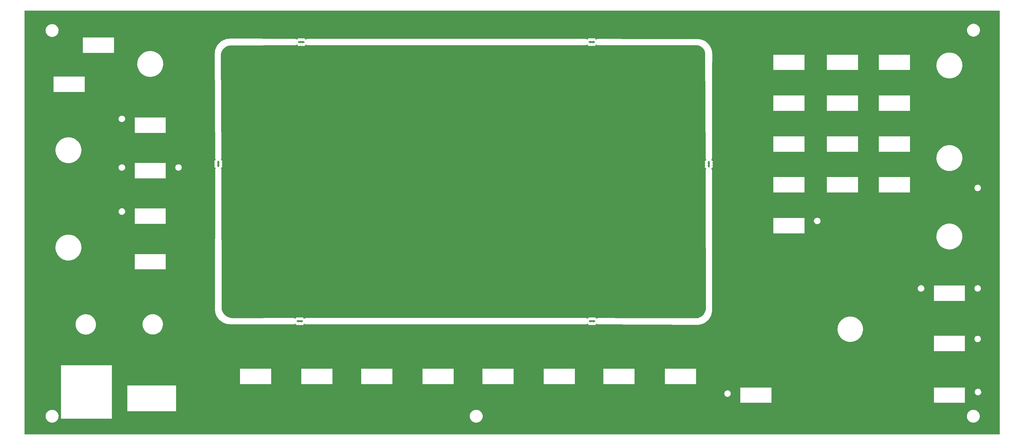
<source format=gtl>
G04 #@! TF.GenerationSoftware,KiCad,Pcbnew,(6.0.0)*
G04 #@! TF.CreationDate,2022-08-19T12:31:47+02:00*
G04 #@! TF.ProjectId,Block Schematic Munin 400,426c6f63-6b20-4536-9368-656d61746963,rev?*
G04 #@! TF.SameCoordinates,Original*
G04 #@! TF.FileFunction,Copper,L1,Top*
G04 #@! TF.FilePolarity,Positive*
%FSLAX46Y46*%
G04 Gerber Fmt 4.6, Leading zero omitted, Abs format (unit mm)*
G04 Created by KiCad (PCBNEW (6.0.0)) date 2022-08-19 12:31:47*
%MOMM*%
%LPD*%
G01*
G04 APERTURE LIST*
G04 APERTURE END LIST*
G04 #@! TA.AperFunction,NonConductor*
G36*
X196027207Y-37439848D02*
G01*
X196057953Y-37459875D01*
X196072388Y-37472623D01*
X196202163Y-37533553D01*
X196311009Y-37550500D01*
X196385940Y-37550500D01*
X196461471Y-37539683D01*
X196531739Y-37549825D01*
X196585369Y-37596348D01*
X196605333Y-37664480D01*
X196603187Y-37687565D01*
X196599500Y-37707290D01*
X196599500Y-37892710D01*
X196600570Y-37898434D01*
X196600571Y-37898445D01*
X196603275Y-37912909D01*
X196596132Y-37983545D01*
X196551933Y-38039106D01*
X196484712Y-38061951D01*
X196460041Y-38060562D01*
X196388991Y-38049500D01*
X196314060Y-38049500D01*
X196272661Y-38055429D01*
X196216968Y-38063404D01*
X196216965Y-38063405D01*
X196208082Y-38064677D01*
X196199914Y-38068391D01*
X196199913Y-38068391D01*
X196185437Y-38074973D01*
X196077572Y-38124016D01*
X196070771Y-38129876D01*
X196070765Y-38129880D01*
X196057701Y-38141137D01*
X195993039Y-38170451D01*
X195922793Y-38160152D01*
X195892045Y-38140124D01*
X195884341Y-38133320D01*
X195877612Y-38127377D01*
X195747837Y-38066447D01*
X195638991Y-38049500D01*
X195564060Y-38049500D01*
X195522661Y-38055429D01*
X195466968Y-38063404D01*
X195466965Y-38063405D01*
X195458082Y-38064677D01*
X195449914Y-38068391D01*
X195449913Y-38068391D01*
X195435437Y-38074973D01*
X195327572Y-38124016D01*
X195320771Y-38129876D01*
X195320765Y-38129880D01*
X195307701Y-38141137D01*
X195243039Y-38170451D01*
X195172793Y-38160152D01*
X195142045Y-38140124D01*
X195134341Y-38133320D01*
X195127612Y-38127377D01*
X194997837Y-38066447D01*
X194888991Y-38049500D01*
X194814060Y-38049500D01*
X194738529Y-38060317D01*
X194668261Y-38050175D01*
X194614631Y-38003652D01*
X194594667Y-37935520D01*
X194596813Y-37912435D01*
X194599429Y-37898441D01*
X194599429Y-37898438D01*
X194600500Y-37892710D01*
X194600500Y-37707290D01*
X194599429Y-37701559D01*
X194599429Y-37701555D01*
X194596725Y-37687091D01*
X194603868Y-37616455D01*
X194648067Y-37560894D01*
X194715288Y-37538049D01*
X194739959Y-37539438D01*
X194811009Y-37550500D01*
X194885940Y-37550500D01*
X194927339Y-37544571D01*
X194983032Y-37536596D01*
X194983035Y-37536595D01*
X194991918Y-37535323D01*
X195011381Y-37526474D01*
X195034023Y-37516179D01*
X195122428Y-37475984D01*
X195129229Y-37470124D01*
X195129235Y-37470120D01*
X195142299Y-37458863D01*
X195206961Y-37429549D01*
X195277207Y-37439848D01*
X195307953Y-37459875D01*
X195322388Y-37472623D01*
X195452163Y-37533553D01*
X195561009Y-37550500D01*
X195635940Y-37550500D01*
X195677339Y-37544571D01*
X195733032Y-37536596D01*
X195733035Y-37536595D01*
X195741918Y-37535323D01*
X195761381Y-37526474D01*
X195784023Y-37516179D01*
X195872428Y-37475984D01*
X195879229Y-37470124D01*
X195879235Y-37470120D01*
X195892299Y-37458863D01*
X195956961Y-37429549D01*
X196027207Y-37439848D01*
G37*
G04 #@! TD.AperFunction*
G04 #@! TA.AperFunction,NonConductor*
G36*
X103727207Y-37439848D02*
G01*
X103757953Y-37459875D01*
X103772388Y-37472623D01*
X103902163Y-37533553D01*
X104011009Y-37550500D01*
X104085940Y-37550500D01*
X104161471Y-37539683D01*
X104231739Y-37549825D01*
X104285369Y-37596348D01*
X104305333Y-37664480D01*
X104303187Y-37687565D01*
X104299500Y-37707290D01*
X104299500Y-37892710D01*
X104300570Y-37898434D01*
X104300571Y-37898445D01*
X104303275Y-37912909D01*
X104296132Y-37983545D01*
X104251933Y-38039106D01*
X104184712Y-38061951D01*
X104160041Y-38060562D01*
X104088991Y-38049500D01*
X104014060Y-38049500D01*
X103972661Y-38055429D01*
X103916968Y-38063404D01*
X103916965Y-38063405D01*
X103908082Y-38064677D01*
X103899914Y-38068391D01*
X103899913Y-38068391D01*
X103885437Y-38074973D01*
X103777572Y-38124016D01*
X103770771Y-38129876D01*
X103770765Y-38129880D01*
X103757701Y-38141137D01*
X103693039Y-38170451D01*
X103622793Y-38160152D01*
X103592045Y-38140124D01*
X103584341Y-38133320D01*
X103577612Y-38127377D01*
X103447837Y-38066447D01*
X103338991Y-38049500D01*
X103264060Y-38049500D01*
X103222661Y-38055429D01*
X103166968Y-38063404D01*
X103166965Y-38063405D01*
X103158082Y-38064677D01*
X103149914Y-38068391D01*
X103149913Y-38068391D01*
X103135437Y-38074973D01*
X103027572Y-38124016D01*
X103020771Y-38129876D01*
X103020765Y-38129880D01*
X103007701Y-38141137D01*
X102943039Y-38170451D01*
X102872793Y-38160152D01*
X102842045Y-38140124D01*
X102834341Y-38133320D01*
X102827612Y-38127377D01*
X102697837Y-38066447D01*
X102588991Y-38049500D01*
X102514060Y-38049500D01*
X102438529Y-38060317D01*
X102368261Y-38050175D01*
X102314631Y-38003652D01*
X102294667Y-37935520D01*
X102296813Y-37912435D01*
X102299429Y-37898441D01*
X102299429Y-37898438D01*
X102300500Y-37892710D01*
X102300500Y-37707290D01*
X102299429Y-37701559D01*
X102299429Y-37701555D01*
X102296725Y-37687091D01*
X102303868Y-37616455D01*
X102348067Y-37560894D01*
X102415288Y-37538049D01*
X102439959Y-37539438D01*
X102511009Y-37550500D01*
X102585940Y-37550500D01*
X102627339Y-37544571D01*
X102683032Y-37536596D01*
X102683035Y-37536595D01*
X102691918Y-37535323D01*
X102711381Y-37526474D01*
X102734023Y-37516179D01*
X102822428Y-37475984D01*
X102829229Y-37470124D01*
X102829235Y-37470120D01*
X102842299Y-37458863D01*
X102906961Y-37429549D01*
X102977207Y-37439848D01*
X103007953Y-37459875D01*
X103022388Y-37472623D01*
X103152163Y-37533553D01*
X103261009Y-37550500D01*
X103335940Y-37550500D01*
X103377339Y-37544571D01*
X103433032Y-37536596D01*
X103433035Y-37536595D01*
X103441918Y-37535323D01*
X103461381Y-37526474D01*
X103484023Y-37516179D01*
X103572428Y-37475984D01*
X103579229Y-37470124D01*
X103579235Y-37470120D01*
X103592299Y-37458863D01*
X103656961Y-37429549D01*
X103727207Y-37439848D01*
G37*
G04 #@! TD.AperFunction*
G04 #@! TA.AperFunction,NonConductor*
G36*
X76787833Y-75596863D02*
G01*
X76801560Y-75599429D01*
X76801561Y-75599429D01*
X76807290Y-75600500D01*
X76992710Y-75600500D01*
X76998436Y-75599430D01*
X76998443Y-75599429D01*
X77011519Y-75596985D01*
X77082155Y-75604131D01*
X77137715Y-75648331D01*
X77160558Y-75715552D01*
X77155385Y-75756943D01*
X77149907Y-75775261D01*
X77149031Y-75918624D01*
X77188428Y-76056471D01*
X77252659Y-76158272D01*
X77272092Y-76226553D01*
X77251828Y-76294036D01*
X77190985Y-76387905D01*
X77149907Y-76525261D01*
X77149031Y-76668624D01*
X77188428Y-76806471D01*
X77252659Y-76908272D01*
X77272092Y-76976553D01*
X77251828Y-77044036D01*
X77190985Y-77137905D01*
X77149907Y-77275261D01*
X77149852Y-77284237D01*
X77149852Y-77284238D01*
X77149712Y-77307113D01*
X77149031Y-77418624D01*
X77151498Y-77427255D01*
X77151498Y-77427256D01*
X77156472Y-77444661D01*
X77155958Y-77515656D01*
X77117143Y-77575102D01*
X77052350Y-77604127D01*
X77012167Y-77603137D01*
X76998440Y-77600571D01*
X76998439Y-77600571D01*
X76992710Y-77599500D01*
X76807290Y-77599500D01*
X76801564Y-77600570D01*
X76801557Y-77600571D01*
X76788481Y-77603015D01*
X76717845Y-77595869D01*
X76662285Y-77551669D01*
X76639442Y-77484448D01*
X76644615Y-77443055D01*
X76650093Y-77424739D01*
X76650341Y-77384238D01*
X76650841Y-77302291D01*
X76650969Y-77281376D01*
X76611572Y-77143529D01*
X76547341Y-77041728D01*
X76527908Y-76973447D01*
X76548172Y-76905964D01*
X76604129Y-76819633D01*
X76609015Y-76812095D01*
X76650093Y-76674739D01*
X76650341Y-76634238D01*
X76650914Y-76540351D01*
X76650969Y-76531376D01*
X76611572Y-76393529D01*
X76547341Y-76291728D01*
X76527908Y-76223447D01*
X76548172Y-76155964D01*
X76604129Y-76069633D01*
X76609015Y-76062095D01*
X76650093Y-75924739D01*
X76650341Y-75884238D01*
X76650914Y-75790351D01*
X76650969Y-75781376D01*
X76643528Y-75755339D01*
X76644042Y-75684344D01*
X76682857Y-75624898D01*
X76747650Y-75595873D01*
X76787833Y-75596863D01*
G37*
G04 #@! TD.AperFunction*
G04 #@! TA.AperFunction,NonConductor*
G36*
X232687833Y-75696863D02*
G01*
X232701560Y-75699429D01*
X232701561Y-75699429D01*
X232707290Y-75700500D01*
X232892710Y-75700500D01*
X232898436Y-75699430D01*
X232898443Y-75699429D01*
X232911519Y-75696985D01*
X232982155Y-75704131D01*
X233037715Y-75748331D01*
X233060558Y-75815552D01*
X233055385Y-75856943D01*
X233049907Y-75875261D01*
X233049852Y-75884237D01*
X233049852Y-75884238D01*
X233049648Y-75917652D01*
X233049031Y-76018624D01*
X233088428Y-76156471D01*
X233152659Y-76258272D01*
X233172092Y-76326553D01*
X233151828Y-76394036D01*
X233090985Y-76487905D01*
X233049907Y-76625261D01*
X233049852Y-76634237D01*
X233049852Y-76634238D01*
X233049642Y-76668624D01*
X233049031Y-76768624D01*
X233088428Y-76906471D01*
X233152659Y-77008272D01*
X233172092Y-77076553D01*
X233151828Y-77144036D01*
X233090985Y-77237905D01*
X233049907Y-77375261D01*
X233049852Y-77384237D01*
X233049852Y-77384238D01*
X233049642Y-77418624D01*
X233049031Y-77518624D01*
X233051498Y-77527255D01*
X233051498Y-77527256D01*
X233056472Y-77544661D01*
X233055958Y-77615656D01*
X233017143Y-77675102D01*
X232952350Y-77704127D01*
X232912167Y-77703137D01*
X232898440Y-77700571D01*
X232898439Y-77700571D01*
X232892710Y-77699500D01*
X232707290Y-77699500D01*
X232701564Y-77700570D01*
X232701557Y-77700571D01*
X232688481Y-77703015D01*
X232617845Y-77695869D01*
X232562285Y-77651669D01*
X232539442Y-77584448D01*
X232544615Y-77543055D01*
X232547520Y-77533341D01*
X232550093Y-77524739D01*
X232550969Y-77381376D01*
X232511572Y-77243529D01*
X232447341Y-77141728D01*
X232427908Y-77073447D01*
X232448172Y-77005964D01*
X232456523Y-76993080D01*
X232509015Y-76912095D01*
X232550093Y-76774739D01*
X232550969Y-76631376D01*
X232511572Y-76493529D01*
X232447341Y-76391728D01*
X232427908Y-76323447D01*
X232448172Y-76255964D01*
X232468259Y-76224973D01*
X232509015Y-76162095D01*
X232550093Y-76024739D01*
X232550969Y-75881376D01*
X232543528Y-75855339D01*
X232544042Y-75784344D01*
X232582857Y-75724898D01*
X232647650Y-75695873D01*
X232687833Y-75696863D01*
G37*
G04 #@! TD.AperFunction*
G04 #@! TA.AperFunction,NonConductor*
G36*
X194307598Y-38611677D02*
G01*
X194358011Y-38661668D01*
X194368828Y-38687893D01*
X194388428Y-38756471D01*
X194464930Y-38877720D01*
X194572388Y-38972623D01*
X194702163Y-39033553D01*
X194811009Y-39050500D01*
X194885940Y-39050500D01*
X194927339Y-39044571D01*
X194983032Y-39036596D01*
X194983035Y-39036595D01*
X194991918Y-39035323D01*
X195122428Y-38975984D01*
X195129229Y-38970124D01*
X195129235Y-38970120D01*
X195142299Y-38958863D01*
X195206961Y-38929549D01*
X195277207Y-38939848D01*
X195307953Y-38959875D01*
X195322388Y-38972623D01*
X195452163Y-39033553D01*
X195561009Y-39050500D01*
X195635940Y-39050500D01*
X195677339Y-39044571D01*
X195733032Y-39036596D01*
X195733035Y-39036595D01*
X195741918Y-39035323D01*
X195872428Y-38975984D01*
X195879229Y-38970124D01*
X195879235Y-38970120D01*
X195892299Y-38958863D01*
X195956961Y-38929549D01*
X196027207Y-38939848D01*
X196057953Y-38959875D01*
X196072388Y-38972623D01*
X196202163Y-39033553D01*
X196311009Y-39050500D01*
X196385940Y-39050500D01*
X196427339Y-39044571D01*
X196483032Y-39036596D01*
X196483035Y-39036595D01*
X196491918Y-39035323D01*
X196622428Y-38975984D01*
X196664366Y-38939848D01*
X196724237Y-38888260D01*
X196724240Y-38888257D01*
X196731037Y-38882400D01*
X196809015Y-38762095D01*
X196831639Y-38686445D01*
X196870320Y-38626911D01*
X196935047Y-38597741D01*
X197005270Y-38608195D01*
X197028287Y-38621995D01*
X197065097Y-38649792D01*
X197071048Y-38654286D01*
X197237029Y-38736935D01*
X197242630Y-38738529D01*
X197242631Y-38738529D01*
X197409771Y-38786085D01*
X197409775Y-38786086D01*
X197415371Y-38787678D01*
X197600000Y-38804786D01*
X197600000Y-38801232D01*
X197607547Y-38800501D01*
X228850467Y-38804399D01*
X228857516Y-38804597D01*
X228969347Y-38810877D01*
X228969889Y-38810909D01*
X229003952Y-38812969D01*
X229168485Y-38822922D01*
X229181974Y-38824471D01*
X229323709Y-38848552D01*
X229325304Y-38848834D01*
X229490221Y-38879056D01*
X229502372Y-38881913D01*
X229555770Y-38897297D01*
X229646335Y-38923389D01*
X229648938Y-38924169D01*
X229760277Y-38958863D01*
X229803181Y-38972232D01*
X229813906Y-38976116D01*
X229822560Y-38979700D01*
X229954653Y-39034415D01*
X229958147Y-39035925D01*
X230103158Y-39101189D01*
X230112394Y-39105810D01*
X230246817Y-39180102D01*
X230251027Y-39182536D01*
X230386102Y-39264192D01*
X230393825Y-39269256D01*
X230519611Y-39358506D01*
X230524385Y-39362066D01*
X230569284Y-39397243D01*
X230648169Y-39459046D01*
X230654421Y-39464280D01*
X230769636Y-39567242D01*
X230774772Y-39572098D01*
X230885801Y-39683127D01*
X230890657Y-39688263D01*
X230993619Y-39803478D01*
X230998853Y-39809730D01*
X231031056Y-39850833D01*
X231080805Y-39914332D01*
X231095825Y-39933504D01*
X231099393Y-39938289D01*
X231148240Y-40007132D01*
X231188640Y-40064070D01*
X231193705Y-40071794D01*
X231275363Y-40206872D01*
X231277797Y-40211082D01*
X231352089Y-40345505D01*
X231356710Y-40354741D01*
X231421974Y-40499752D01*
X231423484Y-40503246D01*
X231481782Y-40643989D01*
X231485667Y-40654718D01*
X231487451Y-40660443D01*
X231533730Y-40808961D01*
X231534510Y-40811564D01*
X231543499Y-40842764D01*
X231571658Y-40940501D01*
X231575984Y-40955518D01*
X231578843Y-40967678D01*
X231585170Y-41002204D01*
X231609063Y-41132584D01*
X231609345Y-41134180D01*
X231626297Y-41233948D01*
X231633428Y-41275921D01*
X231634977Y-41289414D01*
X231636904Y-41321267D01*
X231646990Y-41488010D01*
X231647022Y-41488552D01*
X231653232Y-41599135D01*
X231653406Y-41608669D01*
X231649280Y-41819196D01*
X231647502Y-41909899D01*
X231644871Y-41909847D01*
X231644870Y-41909903D01*
X231647500Y-41909903D01*
X231647500Y-41909971D01*
X231647498Y-41910089D01*
X231644867Y-41910044D01*
X231644866Y-41910108D01*
X231647501Y-41910096D01*
X231799447Y-74688567D01*
X231799450Y-74689229D01*
X231798568Y-74700000D01*
X231795214Y-74700000D01*
X231796736Y-74716428D01*
X231796736Y-74716430D01*
X231810315Y-74862973D01*
X231812322Y-74884629D01*
X231813914Y-74890225D01*
X231813915Y-74890229D01*
X231828066Y-74939964D01*
X231863065Y-75062971D01*
X231945714Y-75228952D01*
X231968593Y-75259249D01*
X231975555Y-75268468D01*
X232000644Y-75334883D01*
X231985844Y-75404320D01*
X231935853Y-75454732D01*
X231913977Y-75463833D01*
X231908082Y-75464677D01*
X231777572Y-75524016D01*
X231770768Y-75529878D01*
X231770769Y-75529878D01*
X231675763Y-75611740D01*
X231675760Y-75611743D01*
X231668963Y-75617600D01*
X231590985Y-75737905D01*
X231549907Y-75875261D01*
X231549852Y-75884237D01*
X231549852Y-75884238D01*
X231549648Y-75917652D01*
X231549031Y-76018624D01*
X231588428Y-76156471D01*
X231652659Y-76258272D01*
X231672092Y-76326553D01*
X231651828Y-76394036D01*
X231590985Y-76487905D01*
X231549907Y-76625261D01*
X231549852Y-76634237D01*
X231549852Y-76634238D01*
X231549642Y-76668624D01*
X231549031Y-76768624D01*
X231588428Y-76906471D01*
X231652659Y-77008272D01*
X231672092Y-77076553D01*
X231651828Y-77144036D01*
X231590985Y-77237905D01*
X231549907Y-77375261D01*
X231549852Y-77384237D01*
X231549852Y-77384238D01*
X231549642Y-77418624D01*
X231549031Y-77518624D01*
X231588428Y-77656471D01*
X231664930Y-77777720D01*
X231772388Y-77872623D01*
X231902163Y-77933553D01*
X231911035Y-77934934D01*
X231911796Y-77935167D01*
X231971093Y-77974212D01*
X231999867Y-78039116D01*
X231988984Y-78109273D01*
X231975512Y-78131589D01*
X231945714Y-78171048D01*
X231943117Y-78176263D01*
X231943116Y-78176265D01*
X231929674Y-78203261D01*
X231863065Y-78337029D01*
X231861471Y-78342630D01*
X231861471Y-78342631D01*
X231814603Y-78507355D01*
X231812322Y-78515371D01*
X231795214Y-78700000D01*
X231798798Y-78700000D01*
X231799517Y-78707327D01*
X231812404Y-84200000D01*
X231901498Y-122173155D01*
X231901494Y-122173926D01*
X231901459Y-122174021D01*
X231901494Y-122174096D01*
X231901490Y-122174881D01*
X231900163Y-122291771D01*
X231900156Y-122292304D01*
X231896297Y-122540035D01*
X231895511Y-122552259D01*
X231877229Y-122713600D01*
X231877039Y-122715186D01*
X231851854Y-122914786D01*
X231849962Y-122925810D01*
X231813497Y-123093344D01*
X231812905Y-123095932D01*
X231770120Y-123274275D01*
X231768091Y-123282731D01*
X231765337Y-123292469D01*
X231710954Y-123458914D01*
X231709743Y-123462443D01*
X231645922Y-123639808D01*
X231642553Y-123648211D01*
X231570858Y-123809939D01*
X231568847Y-123814252D01*
X231511408Y-123931557D01*
X231486685Y-123982047D01*
X231482960Y-123989082D01*
X231394787Y-124143521D01*
X231391824Y-124148441D01*
X231292118Y-124305624D01*
X231288257Y-124311357D01*
X231184762Y-124456250D01*
X231180605Y-124461742D01*
X231064281Y-124607003D01*
X231060514Y-124611490D01*
X231014178Y-124664137D01*
X230944060Y-124743805D01*
X230943081Y-124744917D01*
X230937618Y-124750740D01*
X230818732Y-124869684D01*
X230805547Y-124882875D01*
X230802103Y-124886191D01*
X230672369Y-125006465D01*
X230665533Y-125012361D01*
X230518461Y-125130249D01*
X230515560Y-125132506D01*
X230375666Y-125237995D01*
X230367401Y-125243721D01*
X230205203Y-125346716D01*
X230202969Y-125348101D01*
X230084163Y-125420064D01*
X230062251Y-125433337D01*
X230056289Y-125436948D01*
X230046476Y-125442312D01*
X229865817Y-125530879D01*
X229864423Y-125531551D01*
X229717701Y-125601186D01*
X229706393Y-125605894D01*
X229473215Y-125689923D01*
X229458335Y-125695214D01*
X229382450Y-125722197D01*
X229340118Y-125729479D01*
X208460368Y-125709696D01*
X197710415Y-125699510D01*
X197700000Y-125698628D01*
X197700000Y-125695214D01*
X197683573Y-125696736D01*
X197683572Y-125696736D01*
X197530447Y-125710925D01*
X197515371Y-125712322D01*
X197509775Y-125713914D01*
X197509771Y-125713915D01*
X197342631Y-125761471D01*
X197337029Y-125763065D01*
X197171048Y-125845714D01*
X197166402Y-125849223D01*
X197166398Y-125849225D01*
X197154854Y-125857943D01*
X197128253Y-125878032D01*
X197061839Y-125903122D01*
X196992402Y-125888323D01*
X196941989Y-125838332D01*
X196931172Y-125812107D01*
X196914038Y-125752158D01*
X196911572Y-125743529D01*
X196835070Y-125622280D01*
X196811186Y-125601186D01*
X196734341Y-125533320D01*
X196727612Y-125527377D01*
X196597837Y-125466447D01*
X196488991Y-125449500D01*
X196414060Y-125449500D01*
X196387442Y-125453312D01*
X196316968Y-125463404D01*
X196316965Y-125463405D01*
X196308082Y-125464677D01*
X196177572Y-125524016D01*
X196170771Y-125529876D01*
X196170765Y-125529880D01*
X196157701Y-125541137D01*
X196093039Y-125570451D01*
X196022793Y-125560152D01*
X195992045Y-125540124D01*
X195984341Y-125533320D01*
X195977612Y-125527377D01*
X195847837Y-125466447D01*
X195738991Y-125449500D01*
X195664060Y-125449500D01*
X195637442Y-125453312D01*
X195566968Y-125463404D01*
X195566965Y-125463405D01*
X195558082Y-125464677D01*
X195427572Y-125524016D01*
X195420771Y-125529876D01*
X195420765Y-125529880D01*
X195407701Y-125541137D01*
X195343039Y-125570451D01*
X195272793Y-125560152D01*
X195242045Y-125540124D01*
X195234341Y-125533320D01*
X195227612Y-125527377D01*
X195097837Y-125466447D01*
X194988991Y-125449500D01*
X194914060Y-125449500D01*
X194887442Y-125453312D01*
X194816968Y-125463404D01*
X194816965Y-125463405D01*
X194808082Y-125464677D01*
X194677572Y-125524016D01*
X194670768Y-125529878D01*
X194670769Y-125529878D01*
X194575763Y-125611740D01*
X194575760Y-125611743D01*
X194568963Y-125617600D01*
X194490985Y-125737905D01*
X194488411Y-125746512D01*
X194468361Y-125813555D01*
X194429680Y-125873089D01*
X194364953Y-125902259D01*
X194294730Y-125891805D01*
X194271713Y-125878005D01*
X194233600Y-125849224D01*
X194228952Y-125845714D01*
X194062971Y-125763065D01*
X194057369Y-125761471D01*
X193890229Y-125713915D01*
X193890225Y-125713914D01*
X193884629Y-125712322D01*
X193700000Y-125695214D01*
X193700000Y-125698770D01*
X193692464Y-125699500D01*
X104810479Y-125699500D01*
X104800000Y-125698618D01*
X104800000Y-125695214D01*
X104783574Y-125696736D01*
X104783573Y-125696736D01*
X104630447Y-125710925D01*
X104615371Y-125712322D01*
X104609775Y-125713914D01*
X104609771Y-125713915D01*
X104442631Y-125761471D01*
X104437029Y-125763065D01*
X104271048Y-125845714D01*
X104266402Y-125849223D01*
X104266398Y-125849225D01*
X104254854Y-125857943D01*
X104228253Y-125878032D01*
X104161839Y-125903122D01*
X104092402Y-125888323D01*
X104041989Y-125838332D01*
X104031172Y-125812107D01*
X104014038Y-125752158D01*
X104011572Y-125743529D01*
X103935070Y-125622280D01*
X103911186Y-125601186D01*
X103834341Y-125533320D01*
X103827612Y-125527377D01*
X103697837Y-125466447D01*
X103588991Y-125449500D01*
X103514060Y-125449500D01*
X103487442Y-125453312D01*
X103416968Y-125463404D01*
X103416965Y-125463405D01*
X103408082Y-125464677D01*
X103277572Y-125524016D01*
X103270771Y-125529876D01*
X103270765Y-125529880D01*
X103257701Y-125541137D01*
X103193039Y-125570451D01*
X103122793Y-125560152D01*
X103092045Y-125540124D01*
X103084341Y-125533320D01*
X103077612Y-125527377D01*
X102947837Y-125466447D01*
X102838991Y-125449500D01*
X102764060Y-125449500D01*
X102737442Y-125453312D01*
X102666968Y-125463404D01*
X102666965Y-125463405D01*
X102658082Y-125464677D01*
X102527572Y-125524016D01*
X102520771Y-125529876D01*
X102520765Y-125529880D01*
X102507701Y-125541137D01*
X102443039Y-125570451D01*
X102372793Y-125560152D01*
X102342045Y-125540124D01*
X102334341Y-125533320D01*
X102327612Y-125527377D01*
X102197837Y-125466447D01*
X102088991Y-125449500D01*
X102014060Y-125449500D01*
X101987442Y-125453312D01*
X101916968Y-125463404D01*
X101916965Y-125463405D01*
X101908082Y-125464677D01*
X101777572Y-125524016D01*
X101770768Y-125529878D01*
X101770769Y-125529878D01*
X101675763Y-125611740D01*
X101675760Y-125611743D01*
X101668963Y-125617600D01*
X101590985Y-125737905D01*
X101588411Y-125746512D01*
X101568361Y-125813555D01*
X101529680Y-125873089D01*
X101464953Y-125902259D01*
X101394730Y-125891805D01*
X101371713Y-125878005D01*
X101333600Y-125849224D01*
X101328952Y-125845714D01*
X101162971Y-125763065D01*
X101157369Y-125761471D01*
X100990229Y-125713915D01*
X100990225Y-125713914D01*
X100984629Y-125712322D01*
X100969553Y-125710925D01*
X100818037Y-125696885D01*
X100818036Y-125696885D01*
X100800000Y-125695214D01*
X100800000Y-125698788D01*
X100792602Y-125699511D01*
X81537082Y-125729495D01*
X81530895Y-125729352D01*
X81465489Y-125726239D01*
X81397850Y-125723019D01*
X81397817Y-125723017D01*
X81216408Y-125713716D01*
X81183742Y-125712041D01*
X81172274Y-125710925D01*
X81009600Y-125687551D01*
X81008232Y-125687347D01*
X80825721Y-125659075D01*
X80815322Y-125657013D01*
X80725753Y-125635298D01*
X80649985Y-125616930D01*
X80647793Y-125616376D01*
X80474696Y-125571043D01*
X80465448Y-125568238D01*
X80302479Y-125511873D01*
X80299442Y-125510779D01*
X80271275Y-125500222D01*
X80134082Y-125448802D01*
X80126004Y-125445450D01*
X80060836Y-125415710D01*
X79968071Y-125373376D01*
X79964326Y-125371592D01*
X79907107Y-125343168D01*
X79807164Y-125293520D01*
X79800315Y-125289848D01*
X79649381Y-125202774D01*
X79645054Y-125200160D01*
X79497199Y-125106737D01*
X79491457Y-125102885D01*
X79349283Y-125001729D01*
X79344484Y-124998139D01*
X79289456Y-124954903D01*
X79207086Y-124890184D01*
X79202498Y-124886400D01*
X79070571Y-124772190D01*
X79065475Y-124767528D01*
X78939698Y-124645950D01*
X78936123Y-124642352D01*
X78815857Y-124516352D01*
X78810635Y-124510529D01*
X78697583Y-124376285D01*
X78695010Y-124373127D01*
X78641862Y-124305624D01*
X78587595Y-124236699D01*
X78582420Y-124229634D01*
X78483090Y-124083649D01*
X78481309Y-124080959D01*
X78422196Y-123989108D01*
X78387974Y-123935932D01*
X78383063Y-123927614D01*
X78298077Y-123770180D01*
X78297001Y-123768143D01*
X78218947Y-123617002D01*
X78214483Y-123607386D01*
X78143856Y-123436803D01*
X78143333Y-123435522D01*
X78082116Y-123282947D01*
X78078320Y-123272069D01*
X78017025Y-123066734D01*
X78016975Y-123066566D01*
X77983600Y-122953250D01*
X77978468Y-122917878D01*
X77978463Y-122914786D01*
X77900518Y-78610587D01*
X77901400Y-78600000D01*
X77904786Y-78600000D01*
X77897459Y-78520921D01*
X77888215Y-78421166D01*
X77887678Y-78415371D01*
X77836935Y-78237029D01*
X77754286Y-78071048D01*
X77724445Y-78031532D01*
X77699356Y-77965117D01*
X77714156Y-77895680D01*
X77764147Y-77845268D01*
X77786023Y-77836167D01*
X77791918Y-77835323D01*
X77922428Y-77775984D01*
X77965750Y-77738655D01*
X78024237Y-77688260D01*
X78024240Y-77688257D01*
X78031037Y-77682400D01*
X78109015Y-77562095D01*
X78150093Y-77424739D01*
X78150341Y-77384238D01*
X78150841Y-77302291D01*
X78150969Y-77281376D01*
X78111572Y-77143529D01*
X78047341Y-77041728D01*
X78027908Y-76973447D01*
X78048172Y-76905964D01*
X78104129Y-76819633D01*
X78109015Y-76812095D01*
X78150093Y-76674739D01*
X78150341Y-76634238D01*
X78150914Y-76540351D01*
X78150969Y-76531376D01*
X78111572Y-76393529D01*
X78047341Y-76291728D01*
X78027908Y-76223447D01*
X78048172Y-76155964D01*
X78104129Y-76069633D01*
X78109015Y-76062095D01*
X78150093Y-75924739D01*
X78150341Y-75884238D01*
X78150914Y-75790351D01*
X78150969Y-75781376D01*
X78111572Y-75643529D01*
X78035070Y-75522280D01*
X78003004Y-75493960D01*
X77981341Y-75474828D01*
X77927612Y-75427377D01*
X77797837Y-75366447D01*
X77788965Y-75365066D01*
X77788204Y-75364833D01*
X77728907Y-75325788D01*
X77700133Y-75260884D01*
X77711016Y-75190727D01*
X77724488Y-75168411D01*
X77754286Y-75128952D01*
X77763858Y-75109730D01*
X77834337Y-74968188D01*
X77836935Y-74962971D01*
X77857632Y-74890229D01*
X77886085Y-74790229D01*
X77886086Y-74790225D01*
X77887678Y-74784629D01*
X77891075Y-74747974D01*
X77903115Y-74618038D01*
X77903115Y-74618037D01*
X77904786Y-74600000D01*
X77901166Y-74600000D01*
X77900463Y-74592937D01*
X77724569Y-41674986D01*
X77727060Y-41649373D01*
X77749741Y-41537052D01*
X77749839Y-41536570D01*
X77791737Y-41333183D01*
X77794805Y-41321267D01*
X77841000Y-41172381D01*
X77841446Y-41170974D01*
X77871990Y-41076457D01*
X77895993Y-41002183D01*
X77899939Y-40991620D01*
X77963304Y-40842764D01*
X77964290Y-40840509D01*
X77978368Y-40809153D01*
X78034524Y-40684070D01*
X78039133Y-40674835D01*
X78118422Y-40531081D01*
X78120095Y-40528145D01*
X78205812Y-40382317D01*
X78210847Y-40374437D01*
X78304957Y-40238525D01*
X78307510Y-40234972D01*
X78407955Y-40100291D01*
X78413176Y-40093755D01*
X78520979Y-39967628D01*
X78524586Y-39963588D01*
X78638732Y-39841113D01*
X78643916Y-39835868D01*
X78764141Y-39721150D01*
X78768881Y-39716852D01*
X78841945Y-39653902D01*
X78895613Y-39607664D01*
X78900543Y-39603629D01*
X79031782Y-39501697D01*
X79037726Y-39497353D01*
X79175766Y-39402557D01*
X79180295Y-39399588D01*
X79320954Y-39311641D01*
X79328194Y-39307442D01*
X79476239Y-39228030D01*
X79480179Y-39226005D01*
X79628482Y-39153048D01*
X79637015Y-39149237D01*
X79715169Y-39117755D01*
X79793920Y-39086033D01*
X79797133Y-39084789D01*
X79950960Y-39027662D01*
X79960789Y-39024464D01*
X80033873Y-39003959D01*
X80125997Y-38978113D01*
X80128328Y-38977484D01*
X80284842Y-38936854D01*
X80295915Y-38934505D01*
X80358328Y-38924169D01*
X80470975Y-38905514D01*
X80472371Y-38905291D01*
X80626442Y-38881628D01*
X80638680Y-38880356D01*
X80846052Y-38869000D01*
X80970922Y-38862652D01*
X80976933Y-38862490D01*
X101289330Y-38800533D01*
X101300000Y-38801415D01*
X101300000Y-38804786D01*
X101316427Y-38803264D01*
X101316428Y-38803264D01*
X101478834Y-38788215D01*
X101484629Y-38787678D01*
X101490225Y-38786086D01*
X101490229Y-38786085D01*
X101657369Y-38738529D01*
X101657370Y-38738529D01*
X101662971Y-38736935D01*
X101828952Y-38654286D01*
X101833600Y-38650776D01*
X101833602Y-38650775D01*
X101865202Y-38626911D01*
X101871747Y-38621968D01*
X101938161Y-38596878D01*
X102007598Y-38611677D01*
X102058011Y-38661668D01*
X102068828Y-38687893D01*
X102088428Y-38756471D01*
X102164930Y-38877720D01*
X102272388Y-38972623D01*
X102402163Y-39033553D01*
X102511009Y-39050500D01*
X102585940Y-39050500D01*
X102627339Y-39044571D01*
X102683032Y-39036596D01*
X102683035Y-39036595D01*
X102691918Y-39035323D01*
X102822428Y-38975984D01*
X102829229Y-38970124D01*
X102829235Y-38970120D01*
X102842299Y-38958863D01*
X102906961Y-38929549D01*
X102977207Y-38939848D01*
X103007953Y-38959875D01*
X103022388Y-38972623D01*
X103152163Y-39033553D01*
X103261009Y-39050500D01*
X103335940Y-39050500D01*
X103377339Y-39044571D01*
X103433032Y-39036596D01*
X103433035Y-39036595D01*
X103441918Y-39035323D01*
X103572428Y-38975984D01*
X103579229Y-38970124D01*
X103579235Y-38970120D01*
X103592299Y-38958863D01*
X103656961Y-38929549D01*
X103727207Y-38939848D01*
X103757953Y-38959875D01*
X103772388Y-38972623D01*
X103902163Y-39033553D01*
X104011009Y-39050500D01*
X104085940Y-39050500D01*
X104127339Y-39044571D01*
X104183032Y-39036596D01*
X104183035Y-39036595D01*
X104191918Y-39035323D01*
X104322428Y-38975984D01*
X104364366Y-38939848D01*
X104424237Y-38888260D01*
X104424240Y-38888257D01*
X104431037Y-38882400D01*
X104509015Y-38762095D01*
X104531639Y-38686445D01*
X104570320Y-38626911D01*
X104635047Y-38597741D01*
X104705270Y-38608195D01*
X104728287Y-38621995D01*
X104765097Y-38649792D01*
X104771048Y-38654286D01*
X104937029Y-38736935D01*
X104942630Y-38738529D01*
X104942631Y-38738529D01*
X105109771Y-38786085D01*
X105109775Y-38786086D01*
X105115371Y-38787678D01*
X105300000Y-38804786D01*
X105300000Y-38801230D01*
X105307536Y-38800500D01*
X193589521Y-38800500D01*
X193600000Y-38801382D01*
X193600000Y-38804786D01*
X193616426Y-38803264D01*
X193616427Y-38803264D01*
X193778834Y-38788215D01*
X193784629Y-38787678D01*
X193790225Y-38786086D01*
X193790229Y-38786085D01*
X193957369Y-38738529D01*
X193957370Y-38738529D01*
X193962971Y-38736935D01*
X194128952Y-38654286D01*
X194133600Y-38650776D01*
X194133602Y-38650775D01*
X194165202Y-38626911D01*
X194171747Y-38621968D01*
X194238161Y-38596878D01*
X194307598Y-38611677D01*
G37*
G04 #@! TD.AperFunction*
G04 #@! TA.AperFunction,NonConductor*
G36*
X196127207Y-126339848D02*
G01*
X196157953Y-126359875D01*
X196172388Y-126372623D01*
X196302163Y-126433553D01*
X196411009Y-126450500D01*
X196485940Y-126450500D01*
X196561471Y-126439683D01*
X196631739Y-126449825D01*
X196685369Y-126496348D01*
X196705333Y-126564480D01*
X196703187Y-126587565D01*
X196699500Y-126607290D01*
X196699500Y-126792710D01*
X196700570Y-126798434D01*
X196700571Y-126798445D01*
X196703275Y-126812909D01*
X196696132Y-126883545D01*
X196651933Y-126939106D01*
X196584712Y-126961951D01*
X196560041Y-126960562D01*
X196488991Y-126949500D01*
X196414060Y-126949500D01*
X196372661Y-126955429D01*
X196316968Y-126963404D01*
X196316965Y-126963405D01*
X196308082Y-126964677D01*
X196299914Y-126968391D01*
X196299913Y-126968391D01*
X196285437Y-126974973D01*
X196177572Y-127024016D01*
X196170771Y-127029876D01*
X196170765Y-127029880D01*
X196157701Y-127041137D01*
X196093039Y-127070451D01*
X196022793Y-127060152D01*
X195992045Y-127040124D01*
X195984341Y-127033320D01*
X195977612Y-127027377D01*
X195847837Y-126966447D01*
X195738991Y-126949500D01*
X195664060Y-126949500D01*
X195622661Y-126955429D01*
X195566968Y-126963404D01*
X195566965Y-126963405D01*
X195558082Y-126964677D01*
X195549914Y-126968391D01*
X195549913Y-126968391D01*
X195535437Y-126974973D01*
X195427572Y-127024016D01*
X195420771Y-127029876D01*
X195420765Y-127029880D01*
X195407701Y-127041137D01*
X195343039Y-127070451D01*
X195272793Y-127060152D01*
X195242045Y-127040124D01*
X195234341Y-127033320D01*
X195227612Y-127027377D01*
X195097837Y-126966447D01*
X194988991Y-126949500D01*
X194914060Y-126949500D01*
X194838529Y-126960317D01*
X194768261Y-126950175D01*
X194714631Y-126903652D01*
X194694667Y-126835520D01*
X194696813Y-126812435D01*
X194699429Y-126798441D01*
X194699429Y-126798438D01*
X194700500Y-126792710D01*
X194700500Y-126607290D01*
X194699429Y-126601559D01*
X194699429Y-126601555D01*
X194696725Y-126587091D01*
X194703868Y-126516455D01*
X194748067Y-126460894D01*
X194815288Y-126438049D01*
X194839959Y-126439438D01*
X194911009Y-126450500D01*
X194985940Y-126450500D01*
X195027339Y-126444571D01*
X195083032Y-126436596D01*
X195083035Y-126436595D01*
X195091918Y-126435323D01*
X195111381Y-126426474D01*
X195149643Y-126409077D01*
X195222428Y-126375984D01*
X195229229Y-126370124D01*
X195229235Y-126370120D01*
X195242299Y-126358863D01*
X195306961Y-126329549D01*
X195377207Y-126339848D01*
X195407953Y-126359875D01*
X195422388Y-126372623D01*
X195552163Y-126433553D01*
X195661009Y-126450500D01*
X195735940Y-126450500D01*
X195777339Y-126444571D01*
X195833032Y-126436596D01*
X195833035Y-126436595D01*
X195841918Y-126435323D01*
X195861381Y-126426474D01*
X195899643Y-126409077D01*
X195972428Y-126375984D01*
X195979229Y-126370124D01*
X195979235Y-126370120D01*
X195992299Y-126358863D01*
X196056961Y-126329549D01*
X196127207Y-126339848D01*
G37*
G04 #@! TD.AperFunction*
G04 #@! TA.AperFunction,NonConductor*
G36*
X103227207Y-126339848D02*
G01*
X103257953Y-126359875D01*
X103272388Y-126372623D01*
X103402163Y-126433553D01*
X103511009Y-126450500D01*
X103585940Y-126450500D01*
X103661471Y-126439683D01*
X103731739Y-126449825D01*
X103785369Y-126496348D01*
X103805333Y-126564480D01*
X103803187Y-126587565D01*
X103799500Y-126607290D01*
X103799500Y-126792710D01*
X103800570Y-126798434D01*
X103800571Y-126798445D01*
X103803275Y-126812909D01*
X103796132Y-126883545D01*
X103751933Y-126939106D01*
X103684712Y-126961951D01*
X103660041Y-126960562D01*
X103588991Y-126949500D01*
X103514060Y-126949500D01*
X103472661Y-126955429D01*
X103416968Y-126963404D01*
X103416965Y-126963405D01*
X103408082Y-126964677D01*
X103399914Y-126968391D01*
X103399913Y-126968391D01*
X103385437Y-126974973D01*
X103277572Y-127024016D01*
X103270771Y-127029876D01*
X103270765Y-127029880D01*
X103257701Y-127041137D01*
X103193039Y-127070451D01*
X103122793Y-127060152D01*
X103092045Y-127040124D01*
X103084341Y-127033320D01*
X103077612Y-127027377D01*
X102947837Y-126966447D01*
X102838991Y-126949500D01*
X102764060Y-126949500D01*
X102722661Y-126955429D01*
X102666968Y-126963404D01*
X102666965Y-126963405D01*
X102658082Y-126964677D01*
X102649914Y-126968391D01*
X102649913Y-126968391D01*
X102635437Y-126974973D01*
X102527572Y-127024016D01*
X102520771Y-127029876D01*
X102520765Y-127029880D01*
X102507701Y-127041137D01*
X102443039Y-127070451D01*
X102372793Y-127060152D01*
X102342045Y-127040124D01*
X102334341Y-127033320D01*
X102327612Y-127027377D01*
X102197837Y-126966447D01*
X102088991Y-126949500D01*
X102014060Y-126949500D01*
X101938529Y-126960317D01*
X101868261Y-126950175D01*
X101814631Y-126903652D01*
X101794667Y-126835520D01*
X101796813Y-126812435D01*
X101799429Y-126798441D01*
X101799429Y-126798438D01*
X101800500Y-126792710D01*
X101800500Y-126607290D01*
X101799429Y-126601559D01*
X101799429Y-126601555D01*
X101796725Y-126587091D01*
X101803868Y-126516455D01*
X101848067Y-126460894D01*
X101915288Y-126438049D01*
X101939959Y-126439438D01*
X102011009Y-126450500D01*
X102085940Y-126450500D01*
X102127339Y-126444571D01*
X102183032Y-126436596D01*
X102183035Y-126436595D01*
X102191918Y-126435323D01*
X102211381Y-126426474D01*
X102249643Y-126409077D01*
X102322428Y-126375984D01*
X102329229Y-126370124D01*
X102329235Y-126370120D01*
X102342299Y-126358863D01*
X102406961Y-126329549D01*
X102477207Y-126339848D01*
X102507953Y-126359875D01*
X102522388Y-126372623D01*
X102652163Y-126433553D01*
X102761009Y-126450500D01*
X102835940Y-126450500D01*
X102877339Y-126444571D01*
X102933032Y-126436596D01*
X102933035Y-126436595D01*
X102941918Y-126435323D01*
X102961381Y-126426474D01*
X102999643Y-126409077D01*
X103072428Y-126375984D01*
X103079229Y-126370124D01*
X103079235Y-126370120D01*
X103092299Y-126358863D01*
X103156961Y-126329549D01*
X103227207Y-126339848D01*
G37*
G04 #@! TD.AperFunction*
G04 #@! TA.AperFunction,NonConductor*
G36*
X325211621Y-27780502D02*
G01*
X325258114Y-27834158D01*
X325269500Y-27886500D01*
X325269500Y-162633500D01*
X325249498Y-162701621D01*
X325195842Y-162748114D01*
X325143500Y-162759500D01*
X15396500Y-162759500D01*
X15328379Y-162739498D01*
X15281886Y-162685842D01*
X15270500Y-162633500D01*
X15270500Y-156938554D01*
X22029499Y-156938554D01*
X22029503Y-156938615D01*
X22045536Y-157216675D01*
X22046361Y-157220880D01*
X22046362Y-157220888D01*
X22057193Y-157276092D01*
X22099169Y-157490047D01*
X22100556Y-157494097D01*
X22100557Y-157494102D01*
X22120353Y-157551921D01*
X22189407Y-157753610D01*
X22314580Y-158002488D01*
X22472371Y-158232076D01*
X22659861Y-158438125D01*
X22663156Y-158440880D01*
X22867994Y-158612150D01*
X22873580Y-158616821D01*
X22877207Y-158619096D01*
X23105933Y-158762577D01*
X23105937Y-158762579D01*
X23109573Y-158764860D01*
X23174926Y-158794368D01*
X23359563Y-158877735D01*
X23359567Y-158877737D01*
X23363475Y-158879501D01*
X23367594Y-158880721D01*
X23626473Y-158957405D01*
X23626478Y-158957406D01*
X23630586Y-158958623D01*
X23634820Y-158959271D01*
X23634825Y-158959272D01*
X23868361Y-158995008D01*
X23905963Y-159000762D01*
X24047862Y-159002991D01*
X24180221Y-159005070D01*
X24180227Y-159005070D01*
X24184512Y-159005137D01*
X24461077Y-158971669D01*
X24730542Y-158900977D01*
X24734502Y-158899337D01*
X24734507Y-158899335D01*
X24859231Y-158847672D01*
X24987919Y-158794368D01*
X25228446Y-158653815D01*
X25447673Y-158481919D01*
X25451832Y-158477628D01*
X25638559Y-158284939D01*
X25641542Y-158281861D01*
X25644075Y-158278413D01*
X25644079Y-158278408D01*
X25803929Y-158060798D01*
X25806467Y-158057343D01*
X25939396Y-157812520D01*
X25959242Y-157760000D01*
X26869459Y-157760000D01*
X26869500Y-157760099D01*
X26869617Y-157760383D01*
X26870000Y-157760541D01*
X26870099Y-157760500D01*
X43119901Y-157760500D01*
X43120000Y-157760541D01*
X43120099Y-157760500D01*
X43120383Y-157760383D01*
X43120541Y-157760000D01*
X43120500Y-157759901D01*
X43120500Y-156938554D01*
X156829499Y-156938554D01*
X156829503Y-156938615D01*
X156845536Y-157216675D01*
X156846361Y-157220880D01*
X156846362Y-157220888D01*
X156857193Y-157276092D01*
X156899169Y-157490047D01*
X156900556Y-157494097D01*
X156900557Y-157494102D01*
X156920353Y-157551921D01*
X156989407Y-157753610D01*
X157114580Y-158002488D01*
X157272371Y-158232076D01*
X157459861Y-158438125D01*
X157463156Y-158440880D01*
X157667994Y-158612150D01*
X157673580Y-158616821D01*
X157677207Y-158619096D01*
X157905933Y-158762577D01*
X157905937Y-158762579D01*
X157909573Y-158764860D01*
X157974926Y-158794368D01*
X158159563Y-158877735D01*
X158159567Y-158877737D01*
X158163475Y-158879501D01*
X158167594Y-158880721D01*
X158426473Y-158957405D01*
X158426478Y-158957406D01*
X158430586Y-158958623D01*
X158434820Y-158959271D01*
X158434825Y-158959272D01*
X158668361Y-158995008D01*
X158705963Y-159000762D01*
X158847862Y-159002991D01*
X158980221Y-159005070D01*
X158980227Y-159005070D01*
X158984512Y-159005137D01*
X159261077Y-158971669D01*
X159530542Y-158900977D01*
X159534502Y-158899337D01*
X159534507Y-158899335D01*
X159659230Y-158847673D01*
X159787919Y-158794368D01*
X160028446Y-158653815D01*
X160247673Y-158481919D01*
X160251832Y-158477628D01*
X160438559Y-158284939D01*
X160441542Y-158281861D01*
X160444075Y-158278413D01*
X160444079Y-158278408D01*
X160603929Y-158060798D01*
X160606467Y-158057343D01*
X160739396Y-157812520D01*
X160837868Y-157551921D01*
X160900061Y-157280369D01*
X160924826Y-157002889D01*
X160925275Y-156960000D01*
X160923813Y-156938554D01*
X314822168Y-156938554D01*
X314822172Y-156938615D01*
X314838205Y-157216675D01*
X314839030Y-157220880D01*
X314839031Y-157220888D01*
X314849862Y-157276092D01*
X314891838Y-157490047D01*
X314893225Y-157494097D01*
X314893226Y-157494102D01*
X314913022Y-157551921D01*
X314982076Y-157753610D01*
X315107249Y-158002488D01*
X315265040Y-158232076D01*
X315452530Y-158438125D01*
X315455825Y-158440880D01*
X315660663Y-158612150D01*
X315666249Y-158616821D01*
X315669876Y-158619096D01*
X315898602Y-158762577D01*
X315898606Y-158762579D01*
X315902242Y-158764860D01*
X315967595Y-158794368D01*
X316152232Y-158877735D01*
X316152236Y-158877737D01*
X316156144Y-158879501D01*
X316160263Y-158880721D01*
X316419142Y-158957405D01*
X316419147Y-158957406D01*
X316423255Y-158958623D01*
X316427489Y-158959271D01*
X316427494Y-158959272D01*
X316661030Y-158995008D01*
X316698632Y-159000762D01*
X316840531Y-159002991D01*
X316972890Y-159005070D01*
X316972896Y-159005070D01*
X316977181Y-159005137D01*
X317253746Y-158971669D01*
X317523211Y-158900977D01*
X317527171Y-158899337D01*
X317527176Y-158899335D01*
X317651899Y-158847673D01*
X317780588Y-158794368D01*
X318021115Y-158653815D01*
X318240342Y-158481919D01*
X318244501Y-158477628D01*
X318431228Y-158284939D01*
X318434211Y-158281861D01*
X318436744Y-158278413D01*
X318436748Y-158278408D01*
X318596598Y-158060798D01*
X318599136Y-158057343D01*
X318732065Y-157812520D01*
X318830537Y-157551921D01*
X318892730Y-157280369D01*
X318917495Y-157002889D01*
X318917944Y-156960000D01*
X318898996Y-156682062D01*
X318842503Y-156409267D01*
X318749510Y-156146663D01*
X318621738Y-155899110D01*
X318608887Y-155880824D01*
X318464014Y-155674692D01*
X318461551Y-155671187D01*
X318390163Y-155594365D01*
X318274835Y-155470256D01*
X318274832Y-155470253D01*
X318271914Y-155467113D01*
X318056335Y-155290664D01*
X317818804Y-155145105D01*
X317808116Y-155140413D01*
X317567648Y-155034855D01*
X317563716Y-155033129D01*
X317538585Y-155025970D01*
X317315618Y-154962456D01*
X317295791Y-154956808D01*
X317090144Y-154927541D01*
X317024240Y-154918161D01*
X317024238Y-154918161D01*
X317019988Y-154917556D01*
X317015699Y-154917534D01*
X317015692Y-154917533D01*
X316745695Y-154916119D01*
X316745688Y-154916119D01*
X316741409Y-154916097D01*
X316737164Y-154916656D01*
X316737162Y-154916656D01*
X316697635Y-154921860D01*
X316465209Y-154952460D01*
X316196500Y-155025970D01*
X316192552Y-155027654D01*
X315944205Y-155133583D01*
X315944201Y-155133585D01*
X315940253Y-155135269D01*
X315819583Y-155207488D01*
X315704893Y-155276128D01*
X315704889Y-155276131D01*
X315701211Y-155278332D01*
X315483796Y-155452514D01*
X315292032Y-155654591D01*
X315129467Y-155880824D01*
X314999110Y-156127026D01*
X314997638Y-156131049D01*
X314997636Y-156131053D01*
X314990445Y-156150704D01*
X314903372Y-156388642D01*
X314844026Y-156660830D01*
X314822168Y-156938554D01*
X160923813Y-156938554D01*
X160906327Y-156682062D01*
X160849834Y-156409267D01*
X160756841Y-156146663D01*
X160629069Y-155899110D01*
X160616218Y-155880824D01*
X160471345Y-155674692D01*
X160468882Y-155671187D01*
X160397494Y-155594365D01*
X160282166Y-155470256D01*
X160282163Y-155470253D01*
X160279245Y-155467113D01*
X160063666Y-155290664D01*
X159826135Y-155145105D01*
X159815447Y-155140413D01*
X159574979Y-155034855D01*
X159571047Y-155033129D01*
X159545916Y-155025970D01*
X159322949Y-154962456D01*
X159303122Y-154956808D01*
X159097475Y-154927541D01*
X159031571Y-154918161D01*
X159031569Y-154918161D01*
X159027319Y-154917556D01*
X159023030Y-154917534D01*
X159023023Y-154917533D01*
X158753026Y-154916119D01*
X158753019Y-154916119D01*
X158748740Y-154916097D01*
X158744495Y-154916656D01*
X158744493Y-154916656D01*
X158704966Y-154921860D01*
X158472540Y-154952460D01*
X158203831Y-155025970D01*
X158199883Y-155027654D01*
X157951536Y-155133583D01*
X157951532Y-155133585D01*
X157947584Y-155135269D01*
X157826914Y-155207488D01*
X157712224Y-155276128D01*
X157712220Y-155276131D01*
X157708542Y-155278332D01*
X157491127Y-155452514D01*
X157299363Y-155654591D01*
X157136798Y-155880824D01*
X157006441Y-156127026D01*
X157004969Y-156131049D01*
X157004967Y-156131053D01*
X156997776Y-156150704D01*
X156910703Y-156388642D01*
X156851357Y-156660830D01*
X156829499Y-156938554D01*
X43120500Y-156938554D01*
X43120500Y-155360000D01*
X48019459Y-155360000D01*
X48019500Y-155360099D01*
X48019617Y-155360383D01*
X48020000Y-155360541D01*
X48020099Y-155360500D01*
X63519901Y-155360500D01*
X63520000Y-155360541D01*
X63520099Y-155360500D01*
X63520383Y-155360383D01*
X63520541Y-155360000D01*
X63520500Y-155359901D01*
X63520500Y-152710000D01*
X242819459Y-152710000D01*
X242819500Y-152710099D01*
X242819617Y-152710383D01*
X242820000Y-152710541D01*
X242820099Y-152710500D01*
X252719901Y-152710500D01*
X252720000Y-152710541D01*
X252720099Y-152710500D01*
X252720383Y-152710383D01*
X252720541Y-152710000D01*
X304319459Y-152710000D01*
X304319500Y-152710099D01*
X304319617Y-152710383D01*
X304320000Y-152710541D01*
X304320099Y-152710500D01*
X314219901Y-152710500D01*
X314220000Y-152710541D01*
X314220099Y-152710500D01*
X314220383Y-152710383D01*
X314220541Y-152710000D01*
X314220500Y-152709901D01*
X314220500Y-149300000D01*
X317300000Y-149300000D01*
X317400000Y-149700000D01*
X317406009Y-149709013D01*
X317406010Y-149709016D01*
X317471664Y-149807496D01*
X317600000Y-150000000D01*
X317900000Y-150200000D01*
X317907968Y-150202656D01*
X317907970Y-150202657D01*
X318168956Y-150289652D01*
X318200000Y-150300000D01*
X318600000Y-150300000D01*
X318615521Y-150289653D01*
X318615523Y-150289652D01*
X318893469Y-150104354D01*
X318907012Y-150096494D01*
X319100000Y-150000000D01*
X319300000Y-149700000D01*
X319400000Y-149500000D01*
X319400000Y-149200000D01*
X319371720Y-149086881D01*
X319302628Y-148810511D01*
X319302627Y-148810510D01*
X319300000Y-148800000D01*
X319293991Y-148790987D01*
X319293990Y-148790984D01*
X319106920Y-148510380D01*
X319100000Y-148500000D01*
X319089620Y-148493080D01*
X318809016Y-148306010D01*
X318809013Y-148306009D01*
X318800000Y-148300000D01*
X318789490Y-148297373D01*
X318789489Y-148297372D01*
X318415048Y-148203762D01*
X318400000Y-148200000D01*
X318000000Y-148300000D01*
X317600000Y-148500000D01*
X317300000Y-149100000D01*
X317300000Y-149300000D01*
X314220500Y-149300000D01*
X314220500Y-147810099D01*
X314220541Y-147810000D01*
X314220383Y-147809617D01*
X314220099Y-147809500D01*
X314220000Y-147809459D01*
X314219901Y-147809500D01*
X304320099Y-147809500D01*
X304320000Y-147809459D01*
X304319901Y-147809500D01*
X304319617Y-147809617D01*
X304319459Y-147810000D01*
X304319500Y-147810099D01*
X304319500Y-152709901D01*
X304319459Y-152710000D01*
X252720541Y-152710000D01*
X252720500Y-152709901D01*
X252720500Y-147810099D01*
X252720541Y-147810000D01*
X252720383Y-147809617D01*
X252720099Y-147809500D01*
X252720000Y-147809459D01*
X252719901Y-147809500D01*
X242820099Y-147809500D01*
X242820000Y-147809459D01*
X242819901Y-147809500D01*
X242819617Y-147809617D01*
X242819459Y-147810000D01*
X242819500Y-147810099D01*
X242819500Y-152709901D01*
X242819459Y-152710000D01*
X63520500Y-152710000D01*
X63520500Y-149800000D01*
X237700000Y-149800000D01*
X237800000Y-150200000D01*
X237806009Y-150209013D01*
X237806010Y-150209016D01*
X237990877Y-150486315D01*
X238000000Y-150500000D01*
X238300000Y-150700000D01*
X238307968Y-150702656D01*
X238307970Y-150702657D01*
X238568956Y-150789652D01*
X238600000Y-150800000D01*
X239000000Y-150800000D01*
X239015521Y-150789653D01*
X239015523Y-150789652D01*
X239293469Y-150604354D01*
X239307012Y-150596494D01*
X239500000Y-150500000D01*
X239700000Y-150200000D01*
X239800000Y-150000000D01*
X239800000Y-149700000D01*
X239700000Y-149300000D01*
X239693991Y-149290987D01*
X239693990Y-149290984D01*
X239506920Y-149010380D01*
X239500000Y-149000000D01*
X239489620Y-148993080D01*
X239209016Y-148806010D01*
X239209013Y-148806009D01*
X239200000Y-148800000D01*
X239189490Y-148797373D01*
X239189489Y-148797372D01*
X238815048Y-148703762D01*
X238800000Y-148700000D01*
X238400000Y-148800000D01*
X238000000Y-149000000D01*
X237700000Y-149600000D01*
X237700000Y-149800000D01*
X63520500Y-149800000D01*
X63520500Y-147160099D01*
X63520541Y-147160000D01*
X63520383Y-147159617D01*
X63520099Y-147159500D01*
X63520000Y-147159459D01*
X63519901Y-147159500D01*
X48020099Y-147159500D01*
X48020000Y-147159459D01*
X48019901Y-147159500D01*
X48019617Y-147159617D01*
X48019459Y-147160000D01*
X48019500Y-147160099D01*
X48019500Y-155359901D01*
X48019459Y-155360000D01*
X43120500Y-155360000D01*
X43120500Y-146710000D01*
X83819459Y-146710000D01*
X83819500Y-146710099D01*
X83819617Y-146710383D01*
X83820000Y-146710541D01*
X83820099Y-146710500D01*
X93719901Y-146710500D01*
X93720000Y-146710541D01*
X93720099Y-146710500D01*
X93720383Y-146710383D01*
X93720541Y-146710000D01*
X103319459Y-146710000D01*
X103319500Y-146710099D01*
X103319617Y-146710383D01*
X103320000Y-146710541D01*
X103320099Y-146710500D01*
X113219901Y-146710500D01*
X113220000Y-146710541D01*
X113220099Y-146710500D01*
X113220383Y-146710383D01*
X113220541Y-146710000D01*
X122319459Y-146710000D01*
X122319500Y-146710099D01*
X122319617Y-146710383D01*
X122320000Y-146710541D01*
X122320099Y-146710500D01*
X132219901Y-146710500D01*
X132220000Y-146710541D01*
X132220099Y-146710500D01*
X132220383Y-146710383D01*
X132220541Y-146710000D01*
X141819459Y-146710000D01*
X141819500Y-146710099D01*
X141819617Y-146710383D01*
X141820000Y-146710541D01*
X141820099Y-146710500D01*
X151719901Y-146710500D01*
X151720000Y-146710541D01*
X151720099Y-146710500D01*
X151720383Y-146710383D01*
X151720541Y-146710000D01*
X160819459Y-146710000D01*
X160819500Y-146710099D01*
X160819617Y-146710383D01*
X160820000Y-146710541D01*
X160820099Y-146710500D01*
X170719901Y-146710500D01*
X170720000Y-146710541D01*
X170720099Y-146710500D01*
X170720383Y-146710383D01*
X170720541Y-146710000D01*
X180319459Y-146710000D01*
X180319500Y-146710099D01*
X180319617Y-146710383D01*
X180320000Y-146710541D01*
X180320099Y-146710500D01*
X190219901Y-146710500D01*
X190220000Y-146710541D01*
X190220099Y-146710500D01*
X190220383Y-146710383D01*
X190220541Y-146710000D01*
X199319459Y-146710000D01*
X199319500Y-146710099D01*
X199319617Y-146710383D01*
X199320000Y-146710541D01*
X199320099Y-146710500D01*
X209219901Y-146710500D01*
X209220000Y-146710541D01*
X209220099Y-146710500D01*
X209220383Y-146710383D01*
X209220541Y-146710000D01*
X218819459Y-146710000D01*
X218819500Y-146710099D01*
X218819617Y-146710383D01*
X218820000Y-146710541D01*
X218820099Y-146710500D01*
X228719901Y-146710500D01*
X228720000Y-146710541D01*
X228720099Y-146710500D01*
X228720383Y-146710383D01*
X228720541Y-146710000D01*
X228720500Y-146709901D01*
X228720500Y-141810099D01*
X228720541Y-141810000D01*
X228720383Y-141809617D01*
X228720099Y-141809500D01*
X228720000Y-141809459D01*
X228719901Y-141809500D01*
X218820099Y-141809500D01*
X218820000Y-141809459D01*
X218819901Y-141809500D01*
X218819617Y-141809617D01*
X218819459Y-141810000D01*
X218819500Y-141810099D01*
X218819500Y-146709901D01*
X218819459Y-146710000D01*
X209220541Y-146710000D01*
X209220500Y-146709901D01*
X209220500Y-141810099D01*
X209220541Y-141810000D01*
X209220383Y-141809617D01*
X209220099Y-141809500D01*
X209220000Y-141809459D01*
X209219901Y-141809500D01*
X199320099Y-141809500D01*
X199320000Y-141809459D01*
X199319901Y-141809500D01*
X199319617Y-141809617D01*
X199319459Y-141810000D01*
X199319500Y-141810099D01*
X199319500Y-146709901D01*
X199319459Y-146710000D01*
X190220541Y-146710000D01*
X190220500Y-146709901D01*
X190220500Y-141810099D01*
X190220541Y-141810000D01*
X190220383Y-141809617D01*
X190220099Y-141809500D01*
X190220000Y-141809459D01*
X190219901Y-141809500D01*
X180320099Y-141809500D01*
X180320000Y-141809459D01*
X180319901Y-141809500D01*
X180319617Y-141809617D01*
X180319459Y-141810000D01*
X180319500Y-141810099D01*
X180319500Y-146709901D01*
X180319459Y-146710000D01*
X170720541Y-146710000D01*
X170720500Y-146709901D01*
X170720500Y-141810099D01*
X170720541Y-141810000D01*
X170720383Y-141809617D01*
X170720099Y-141809500D01*
X170720000Y-141809459D01*
X170719901Y-141809500D01*
X160820099Y-141809500D01*
X160820000Y-141809459D01*
X160819901Y-141809500D01*
X160819617Y-141809617D01*
X160819459Y-141810000D01*
X160819500Y-141810099D01*
X160819500Y-146709901D01*
X160819459Y-146710000D01*
X151720541Y-146710000D01*
X151720500Y-146709901D01*
X151720500Y-141810099D01*
X151720541Y-141810000D01*
X151720383Y-141809617D01*
X151720099Y-141809500D01*
X151720000Y-141809459D01*
X151719901Y-141809500D01*
X141820099Y-141809500D01*
X141820000Y-141809459D01*
X141819901Y-141809500D01*
X141819617Y-141809617D01*
X141819459Y-141810000D01*
X141819500Y-141810099D01*
X141819500Y-146709901D01*
X141819459Y-146710000D01*
X132220541Y-146710000D01*
X132220500Y-146709901D01*
X132220500Y-141810099D01*
X132220541Y-141810000D01*
X132220383Y-141809617D01*
X132220099Y-141809500D01*
X132220000Y-141809459D01*
X132219901Y-141809500D01*
X122320099Y-141809500D01*
X122320000Y-141809459D01*
X122319901Y-141809500D01*
X122319617Y-141809617D01*
X122319459Y-141810000D01*
X122319500Y-141810099D01*
X122319500Y-146709901D01*
X122319459Y-146710000D01*
X113220541Y-146710000D01*
X113220500Y-146709901D01*
X113220500Y-141810099D01*
X113220541Y-141810000D01*
X113220383Y-141809617D01*
X113220099Y-141809500D01*
X113220000Y-141809459D01*
X113219901Y-141809500D01*
X103320099Y-141809500D01*
X103320000Y-141809459D01*
X103319901Y-141809500D01*
X103319617Y-141809617D01*
X103319459Y-141810000D01*
X103319500Y-141810099D01*
X103319500Y-146709901D01*
X103319459Y-146710000D01*
X93720541Y-146710000D01*
X93720500Y-146709901D01*
X93720500Y-141810099D01*
X93720541Y-141810000D01*
X93720383Y-141809617D01*
X93720099Y-141809500D01*
X93720000Y-141809459D01*
X93719901Y-141809500D01*
X83820099Y-141809500D01*
X83820000Y-141809459D01*
X83819901Y-141809500D01*
X83819617Y-141809617D01*
X83819459Y-141810000D01*
X83819500Y-141810099D01*
X83819500Y-146709901D01*
X83819459Y-146710000D01*
X43120500Y-146710000D01*
X43120500Y-140760099D01*
X43120541Y-140760000D01*
X43120383Y-140759617D01*
X43120099Y-140759500D01*
X43120000Y-140759459D01*
X43119901Y-140759500D01*
X26870099Y-140759500D01*
X26870000Y-140759459D01*
X26869901Y-140759500D01*
X26869617Y-140759617D01*
X26869459Y-140760000D01*
X26869500Y-140760099D01*
X26869500Y-157759901D01*
X26869459Y-157760000D01*
X25959242Y-157760000D01*
X26037868Y-157551921D01*
X26100061Y-157280369D01*
X26124826Y-157002889D01*
X26125275Y-156960000D01*
X26106327Y-156682062D01*
X26049834Y-156409267D01*
X25956841Y-156146663D01*
X25829069Y-155899110D01*
X25816218Y-155880824D01*
X25671345Y-155674692D01*
X25668882Y-155671187D01*
X25597494Y-155594365D01*
X25482166Y-155470256D01*
X25482163Y-155470253D01*
X25479245Y-155467113D01*
X25263666Y-155290664D01*
X25026135Y-155145105D01*
X25015447Y-155140413D01*
X24774979Y-155034855D01*
X24771047Y-155033129D01*
X24745916Y-155025970D01*
X24522949Y-154962456D01*
X24503122Y-154956808D01*
X24297475Y-154927541D01*
X24231571Y-154918161D01*
X24231569Y-154918161D01*
X24227319Y-154917556D01*
X24223030Y-154917534D01*
X24223023Y-154917533D01*
X23953026Y-154916119D01*
X23953019Y-154916119D01*
X23948740Y-154916097D01*
X23944495Y-154916656D01*
X23944493Y-154916656D01*
X23904966Y-154921860D01*
X23672540Y-154952460D01*
X23403831Y-155025970D01*
X23399883Y-155027654D01*
X23151536Y-155133583D01*
X23151532Y-155133585D01*
X23147584Y-155135269D01*
X23026914Y-155207488D01*
X22912224Y-155276128D01*
X22912220Y-155276131D01*
X22908542Y-155278332D01*
X22691127Y-155452514D01*
X22499363Y-155654591D01*
X22336798Y-155880824D01*
X22206441Y-156127026D01*
X22204969Y-156131049D01*
X22204967Y-156131053D01*
X22197776Y-156150704D01*
X22110703Y-156388642D01*
X22051357Y-156660830D01*
X22029499Y-156938554D01*
X15270500Y-156938554D01*
X15270500Y-136210000D01*
X304319459Y-136210000D01*
X304319500Y-136210099D01*
X304319617Y-136210383D01*
X304320000Y-136210541D01*
X304320099Y-136210500D01*
X314219901Y-136210500D01*
X314220000Y-136210541D01*
X314220099Y-136210500D01*
X314220383Y-136210383D01*
X314220541Y-136210000D01*
X314220500Y-136209901D01*
X314220500Y-132400000D01*
X317200000Y-132400000D01*
X317300000Y-132800000D01*
X317306009Y-132809013D01*
X317306010Y-132809016D01*
X317406320Y-132959480D01*
X317500000Y-133100000D01*
X317800000Y-133300000D01*
X317807968Y-133302656D01*
X317807970Y-133302657D01*
X318068956Y-133389652D01*
X318100000Y-133400000D01*
X318500000Y-133400000D01*
X318515521Y-133389653D01*
X318515523Y-133389652D01*
X318793469Y-133204354D01*
X318807012Y-133196494D01*
X319000000Y-133100000D01*
X319200000Y-132800000D01*
X319300000Y-132600000D01*
X319300000Y-132300000D01*
X319272462Y-132189848D01*
X319202628Y-131910511D01*
X319202627Y-131910510D01*
X319200000Y-131900000D01*
X319193991Y-131890987D01*
X319193990Y-131890984D01*
X319006920Y-131610380D01*
X319000000Y-131600000D01*
X318989446Y-131592964D01*
X318709016Y-131406010D01*
X318709013Y-131406009D01*
X318700000Y-131400000D01*
X318689490Y-131397373D01*
X318689489Y-131397372D01*
X318315048Y-131303762D01*
X318300000Y-131300000D01*
X317900000Y-131400000D01*
X317500000Y-131600000D01*
X317200000Y-132200000D01*
X317200000Y-132400000D01*
X314220500Y-132400000D01*
X314220500Y-131310099D01*
X314220541Y-131310000D01*
X314220383Y-131309617D01*
X314220099Y-131309500D01*
X314220000Y-131309459D01*
X314219901Y-131309500D01*
X304320099Y-131309500D01*
X304320000Y-131309459D01*
X304319901Y-131309500D01*
X304319617Y-131309617D01*
X304319459Y-131310000D01*
X304319500Y-131310099D01*
X304319500Y-136209901D01*
X304319459Y-136210000D01*
X15270500Y-136210000D01*
X15270500Y-127683318D01*
X31533237Y-127683318D01*
X31533241Y-127683403D01*
X31548370Y-128044399D01*
X31569081Y-128178181D01*
X31600793Y-128383027D01*
X31603659Y-128401542D01*
X31698413Y-128750296D01*
X31699703Y-128753555D01*
X31699705Y-128753560D01*
X31807403Y-129025572D01*
X31831453Y-129086315D01*
X31833108Y-129089427D01*
X31833110Y-129089432D01*
X31884923Y-129186877D01*
X32001118Y-129405409D01*
X32003108Y-129408315D01*
X32003109Y-129408317D01*
X32203305Y-129700696D01*
X32203310Y-129700702D01*
X32205296Y-129703603D01*
X32441440Y-129977179D01*
X32444010Y-129979559D01*
X32444014Y-129979563D01*
X32458348Y-129992836D01*
X32706608Y-130222727D01*
X32709430Y-130224808D01*
X32709433Y-130224810D01*
X32807644Y-130297217D01*
X32997495Y-130437187D01*
X33000532Y-130438941D01*
X33000536Y-130438943D01*
X33112875Y-130503802D01*
X33310474Y-130617886D01*
X33389487Y-130652406D01*
X33638423Y-130761164D01*
X33638433Y-130761168D01*
X33641645Y-130762571D01*
X33645002Y-130763610D01*
X33645007Y-130763612D01*
X33967781Y-130863527D01*
X33986880Y-130869439D01*
X34042568Y-130880062D01*
X34338425Y-130936500D01*
X34338430Y-130936501D01*
X34341876Y-130937158D01*
X34539886Y-130952394D01*
X34698711Y-130964615D01*
X34698712Y-130964615D01*
X34702208Y-130964884D01*
X34928709Y-130956974D01*
X35059870Y-130952394D01*
X35059874Y-130952394D01*
X35063385Y-130952271D01*
X35170186Y-130936500D01*
X35417413Y-130899993D01*
X35417419Y-130899992D01*
X35420905Y-130899477D01*
X35424309Y-130898578D01*
X35424312Y-130898577D01*
X35766921Y-130808056D01*
X35766922Y-130808056D01*
X35770312Y-130807160D01*
X36107252Y-130676470D01*
X36427523Y-130509036D01*
X36622807Y-130377315D01*
X36724219Y-130308912D01*
X36724221Y-130308911D01*
X36727135Y-130306945D01*
X37002353Y-130072717D01*
X37004748Y-130070167D01*
X37004756Y-130070159D01*
X37247335Y-129811837D01*
X37247339Y-129811832D01*
X37249746Y-129809269D01*
X37251851Y-129806455D01*
X37251857Y-129806448D01*
X37464123Y-129522706D01*
X37466232Y-129519887D01*
X37468211Y-129516515D01*
X37552476Y-129372887D01*
X37649111Y-129208177D01*
X37657355Y-129189662D01*
X37794673Y-128881240D01*
X37796105Y-128878024D01*
X37905380Y-128533544D01*
X37975576Y-128179029D01*
X37996510Y-127929737D01*
X38005634Y-127821084D01*
X38005635Y-127821073D01*
X38005817Y-127818900D01*
X38005903Y-127812792D01*
X38007049Y-127730692D01*
X38007049Y-127730681D01*
X38007079Y-127728515D01*
X38006916Y-127725589D01*
X38003517Y-127664803D01*
X52833237Y-127664803D01*
X52833241Y-127664888D01*
X52848370Y-128025884D01*
X52903659Y-128383027D01*
X52904581Y-128386419D01*
X52904581Y-128386421D01*
X52913876Y-128420632D01*
X52998413Y-128731781D01*
X52999703Y-128735040D01*
X52999705Y-128735045D01*
X53056315Y-128878024D01*
X53131453Y-129067800D01*
X53133108Y-129070912D01*
X53133110Y-129070917D01*
X53204383Y-129204961D01*
X53301118Y-129386894D01*
X53303108Y-129389800D01*
X53303109Y-129389802D01*
X53503305Y-129682181D01*
X53503310Y-129682187D01*
X53505296Y-129685088D01*
X53741440Y-129958664D01*
X53744010Y-129961044D01*
X53744014Y-129961048D01*
X53771812Y-129986789D01*
X54006608Y-130204212D01*
X54297495Y-130418672D01*
X54300532Y-130420426D01*
X54300536Y-130420428D01*
X54332605Y-130438943D01*
X54610474Y-130599371D01*
X54640404Y-130612447D01*
X54938423Y-130742649D01*
X54938433Y-130742653D01*
X54941645Y-130744056D01*
X54945002Y-130745095D01*
X54945007Y-130745097D01*
X55267781Y-130845012D01*
X55286880Y-130850924D01*
X55290336Y-130851583D01*
X55290335Y-130851583D01*
X55638425Y-130917985D01*
X55638430Y-130917986D01*
X55641876Y-130918643D01*
X55839886Y-130933879D01*
X55998711Y-130946100D01*
X55998712Y-130946100D01*
X56002208Y-130946369D01*
X56228709Y-130938459D01*
X56359870Y-130933879D01*
X56359874Y-130933879D01*
X56363385Y-130933756D01*
X56506626Y-130912604D01*
X56717413Y-130881478D01*
X56717419Y-130881477D01*
X56720905Y-130880962D01*
X56724309Y-130880063D01*
X56724312Y-130880062D01*
X57066921Y-130789541D01*
X57066922Y-130789541D01*
X57070312Y-130788645D01*
X57407252Y-130657955D01*
X57727523Y-130490521D01*
X57996769Y-130308912D01*
X58024219Y-130290397D01*
X58024221Y-130290396D01*
X58027135Y-130288430D01*
X58302353Y-130054202D01*
X58304748Y-130051652D01*
X58304756Y-130051644D01*
X58547335Y-129793322D01*
X58547339Y-129793317D01*
X58549746Y-129790754D01*
X58551851Y-129787940D01*
X58551857Y-129787933D01*
X58754651Y-129516852D01*
X58766232Y-129501372D01*
X58768211Y-129498000D01*
X58842762Y-129370929D01*
X58940962Y-129203551D01*
X273727389Y-129203551D01*
X273727392Y-129203633D01*
X273741174Y-129598310D01*
X273793416Y-129989840D01*
X273883614Y-130374403D01*
X274010909Y-130748329D01*
X274174085Y-131108049D01*
X274371585Y-131450129D01*
X274373374Y-131452628D01*
X274373376Y-131452631D01*
X274478882Y-131600000D01*
X274601523Y-131771304D01*
X274603549Y-131773619D01*
X274603552Y-131773622D01*
X274712391Y-131897947D01*
X274861706Y-132068507D01*
X275149648Y-132338903D01*
X275152098Y-132340790D01*
X275152103Y-132340794D01*
X275290938Y-132447711D01*
X275462602Y-132579910D01*
X275797581Y-132789228D01*
X276151387Y-132964859D01*
X276520643Y-133105126D01*
X276901824Y-133208691D01*
X276904867Y-133209206D01*
X276904873Y-133209207D01*
X277288251Y-133274051D01*
X277288258Y-133274052D01*
X277291292Y-133274565D01*
X277294360Y-133274780D01*
X277294364Y-133274780D01*
X277682264Y-133301904D01*
X277682272Y-133301904D01*
X277685330Y-133302118D01*
X277939470Y-133295019D01*
X278077101Y-133291175D01*
X278077104Y-133291175D01*
X278080175Y-133291089D01*
X278083228Y-133290703D01*
X278083232Y-133290703D01*
X278270711Y-133267019D01*
X278472060Y-133241583D01*
X278475064Y-133240901D01*
X278475067Y-133240900D01*
X278854248Y-133154752D01*
X278854254Y-133154750D01*
X278857244Y-133154071D01*
X279004379Y-133105126D01*
X279229126Y-133030363D01*
X279229132Y-133030361D01*
X279232050Y-133029390D01*
X279244343Y-133023917D01*
X279590100Y-132869976D01*
X279590106Y-132869973D01*
X279592900Y-132868729D01*
X279698014Y-132809016D01*
X279933682Y-132675138D01*
X279933687Y-132675135D01*
X279936350Y-132673622D01*
X280259122Y-132445931D01*
X280558135Y-132187830D01*
X280671765Y-132068507D01*
X280828408Y-131904017D01*
X280828412Y-131904012D01*
X280830535Y-131901783D01*
X280838973Y-131890984D01*
X281071811Y-131592964D01*
X281071813Y-131592961D01*
X281073721Y-131590519D01*
X281075377Y-131587909D01*
X281075383Y-131587901D01*
X281283718Y-131259616D01*
X281283722Y-131259609D01*
X281285372Y-131257009D01*
X281286837Y-131254110D01*
X281432935Y-130964884D01*
X281463469Y-130904438D01*
X281464576Y-130901584D01*
X281464580Y-130901575D01*
X281605195Y-130539047D01*
X281605198Y-130539038D01*
X281606310Y-130536171D01*
X281698995Y-130204212D01*
X281711706Y-130158688D01*
X281711707Y-130158686D01*
X281712534Y-130155722D01*
X281781125Y-129766723D01*
X281809166Y-129402294D01*
X281811279Y-129374838D01*
X281811279Y-129374834D01*
X281811429Y-129372887D01*
X281813005Y-129260000D01*
X281810471Y-129208177D01*
X281794217Y-128875861D01*
X281793709Y-128865472D01*
X281736007Y-128474710D01*
X281718611Y-128404936D01*
X281663149Y-128182493D01*
X281640448Y-128091443D01*
X281623485Y-128043804D01*
X281563626Y-127875703D01*
X281507944Y-127719331D01*
X281339762Y-127361924D01*
X281335787Y-127355255D01*
X281196905Y-127122280D01*
X281137505Y-127022635D01*
X280903104Y-126704702D01*
X280733606Y-126516455D01*
X280640867Y-126413457D01*
X280640859Y-126413449D01*
X280638798Y-126411160D01*
X280347108Y-126144811D01*
X280030820Y-125908197D01*
X279933444Y-125849224D01*
X279695579Y-125705167D01*
X279695570Y-125705162D01*
X279692951Y-125703576D01*
X279336727Y-125532903D01*
X279333013Y-125531551D01*
X278968445Y-125398859D01*
X278968444Y-125398859D01*
X278965549Y-125397805D01*
X278752753Y-125343168D01*
X278585943Y-125300338D01*
X278585940Y-125300337D01*
X278582959Y-125299572D01*
X278192609Y-125239143D01*
X277798225Y-125217094D01*
X277795146Y-125217223D01*
X277795143Y-125217223D01*
X277535996Y-125228084D01*
X277403572Y-125233634D01*
X277400528Y-125234062D01*
X277400526Y-125234062D01*
X277189434Y-125263729D01*
X277012416Y-125288608D01*
X276628492Y-125381489D01*
X276255464Y-125511391D01*
X275896892Y-125677074D01*
X275556199Y-125876958D01*
X275425235Y-125972109D01*
X275239119Y-126107330D01*
X275239113Y-126107335D01*
X275236638Y-126109133D01*
X275234352Y-126111162D01*
X275234349Y-126111165D01*
X275196453Y-126144811D01*
X274941258Y-126371383D01*
X274939179Y-126373629D01*
X274939172Y-126373635D01*
X274687484Y-126645433D01*
X274672878Y-126661206D01*
X274671020Y-126663654D01*
X274671019Y-126663655D01*
X274441189Y-126966447D01*
X274434062Y-126975836D01*
X274432451Y-126978454D01*
X274432448Y-126978459D01*
X274382190Y-127060152D01*
X274227088Y-127312267D01*
X274053931Y-127667291D01*
X273916245Y-128037517D01*
X273815344Y-128419412D01*
X273799312Y-128518396D01*
X273761753Y-128750296D01*
X273752191Y-128809331D01*
X273751997Y-128812411D01*
X273751997Y-128812413D01*
X273749170Y-128857346D01*
X273727389Y-129203551D01*
X58940962Y-129203551D01*
X58949111Y-129189662D01*
X59096105Y-128859509D01*
X59205380Y-128515029D01*
X59275576Y-128160514D01*
X59289436Y-127995455D01*
X59305634Y-127802569D01*
X59305635Y-127802558D01*
X59305817Y-127800385D01*
X59305987Y-127788260D01*
X59307049Y-127712177D01*
X59307049Y-127712166D01*
X59307079Y-127710000D01*
X59306788Y-127704786D01*
X59295163Y-127496878D01*
X59286905Y-127349166D01*
X59286136Y-127344616D01*
X59227224Y-126996311D01*
X59227223Y-126996307D01*
X59226635Y-126992830D01*
X59127021Y-126645433D01*
X59050960Y-126460894D01*
X58990641Y-126314549D01*
X58990637Y-126314541D01*
X58989303Y-126311304D01*
X58815199Y-125994609D01*
X58803505Y-125978031D01*
X58608909Y-125702175D01*
X58608908Y-125702174D01*
X58606878Y-125699296D01*
X58366937Y-125429043D01*
X58313320Y-125380766D01*
X58100984Y-125189578D01*
X58100981Y-125189576D01*
X58098366Y-125187221D01*
X58051466Y-125153644D01*
X57807381Y-124978896D01*
X57807374Y-124978892D01*
X57804514Y-124976844D01*
X57489042Y-124800533D01*
X57155883Y-124660486D01*
X57124975Y-124651389D01*
X56989410Y-124611490D01*
X56809190Y-124558448D01*
X56805734Y-124557839D01*
X56805727Y-124557837D01*
X56592598Y-124520257D01*
X56453283Y-124495692D01*
X56449774Y-124495471D01*
X56449772Y-124495471D01*
X56096117Y-124473221D01*
X56096111Y-124473221D01*
X56092599Y-124473000D01*
X55989824Y-124478026D01*
X55735140Y-124490482D01*
X55735131Y-124490483D01*
X55731633Y-124490654D01*
X55728165Y-124491216D01*
X55728162Y-124491216D01*
X55378360Y-124547872D01*
X55378357Y-124547873D01*
X55374885Y-124548435D01*
X55371498Y-124549381D01*
X55371492Y-124549382D01*
X55149047Y-124611490D01*
X55026800Y-124645622D01*
X54944184Y-124679001D01*
X54694983Y-124779684D01*
X54694979Y-124779686D01*
X54691719Y-124781003D01*
X54688632Y-124782672D01*
X54688628Y-124782674D01*
X54644970Y-124806280D01*
X54373816Y-124952893D01*
X54077055Y-125159147D01*
X54074413Y-125161460D01*
X54074409Y-125161463D01*
X53884407Y-125327797D01*
X53805134Y-125397195D01*
X53561443Y-125664071D01*
X53349019Y-125956448D01*
X53347277Y-125959514D01*
X53347276Y-125959516D01*
X53289062Y-126061992D01*
X53170510Y-126270681D01*
X53145279Y-126329549D01*
X53065172Y-126516455D01*
X53028141Y-126602854D01*
X53009384Y-126664980D01*
X52926620Y-126939106D01*
X52923685Y-126948826D01*
X52906929Y-127040124D01*
X52867674Y-127254008D01*
X52858446Y-127304286D01*
X52833237Y-127664803D01*
X38003517Y-127664803D01*
X37994761Y-127508195D01*
X37986905Y-127367681D01*
X37985932Y-127361924D01*
X37927224Y-127014826D01*
X37927223Y-127014822D01*
X37926635Y-127011345D01*
X37827021Y-126663948D01*
X37756793Y-126493562D01*
X37690641Y-126333064D01*
X37690637Y-126333056D01*
X37689303Y-126329819D01*
X37515199Y-126013124D01*
X37475219Y-125956448D01*
X37308909Y-125720690D01*
X37308908Y-125720689D01*
X37306878Y-125717811D01*
X37066937Y-125447558D01*
X36992757Y-125380766D01*
X36800984Y-125208093D01*
X36800981Y-125208091D01*
X36798366Y-125205736D01*
X36775797Y-125189578D01*
X36507381Y-124997411D01*
X36507374Y-124997407D01*
X36504514Y-124995359D01*
X36189042Y-124819048D01*
X35855883Y-124679001D01*
X35824975Y-124669904D01*
X35611256Y-124607003D01*
X35509190Y-124576963D01*
X35505734Y-124576354D01*
X35505727Y-124576352D01*
X35299018Y-124539904D01*
X35153283Y-124514207D01*
X35149774Y-124513986D01*
X35149772Y-124513986D01*
X34796117Y-124491736D01*
X34796111Y-124491736D01*
X34792599Y-124491515D01*
X34694721Y-124496302D01*
X34435140Y-124508997D01*
X34435131Y-124508998D01*
X34431633Y-124509169D01*
X34428165Y-124509731D01*
X34428162Y-124509731D01*
X34078360Y-124566387D01*
X34078357Y-124566388D01*
X34074885Y-124566950D01*
X34071498Y-124567896D01*
X34071492Y-124567897D01*
X33804825Y-124642352D01*
X33726800Y-124664137D01*
X33579876Y-124723498D01*
X33394983Y-124798199D01*
X33394979Y-124798201D01*
X33391719Y-124799518D01*
X33388632Y-124801187D01*
X33388628Y-124801189D01*
X33277619Y-124861212D01*
X33073816Y-124971408D01*
X32777055Y-125177662D01*
X32774413Y-125179975D01*
X32774409Y-125179978D01*
X32587998Y-125343168D01*
X32505134Y-125415710D01*
X32261443Y-125682586D01*
X32049019Y-125974963D01*
X32047277Y-125978029D01*
X32047276Y-125978031D01*
X32025589Y-126016208D01*
X31870510Y-126289196D01*
X31836157Y-126369347D01*
X31734633Y-126606223D01*
X31728141Y-126621369D01*
X31715374Y-126663655D01*
X31624874Y-126963404D01*
X31623685Y-126967341D01*
X31611576Y-127033320D01*
X31560861Y-127309644D01*
X31558446Y-127322801D01*
X31533237Y-127683318D01*
X15270500Y-127683318D01*
X15270500Y-110210000D01*
X50319459Y-110210000D01*
X50319500Y-110210099D01*
X50319617Y-110210383D01*
X50320000Y-110210541D01*
X50320099Y-110210500D01*
X60219901Y-110210500D01*
X60220000Y-110210541D01*
X60220099Y-110210500D01*
X60220383Y-110210383D01*
X60220541Y-110210000D01*
X60220500Y-110209901D01*
X60220500Y-105310099D01*
X60220541Y-105310000D01*
X60220383Y-105309617D01*
X60220099Y-105309500D01*
X60220000Y-105309459D01*
X60219901Y-105309500D01*
X50320099Y-105309500D01*
X50320000Y-105309459D01*
X50319901Y-105309500D01*
X50319617Y-105309617D01*
X50319459Y-105310000D01*
X50319500Y-105310099D01*
X50319500Y-110209901D01*
X50319459Y-110210000D01*
X15270500Y-110210000D01*
X15270500Y-103188483D01*
X25150940Y-103188483D01*
X25150943Y-103188567D01*
X25151050Y-103191632D01*
X25151050Y-103191636D01*
X25159129Y-103422973D01*
X25164986Y-103590708D01*
X25165392Y-103593752D01*
X25165393Y-103593762D01*
X25192512Y-103797007D01*
X25218215Y-103989642D01*
X25218915Y-103992626D01*
X25218916Y-103992632D01*
X25309416Y-104378481D01*
X25310119Y-104381478D01*
X25439821Y-104762475D01*
X25606083Y-105128998D01*
X25807318Y-105477546D01*
X25809107Y-105480044D01*
X25809109Y-105480048D01*
X25907854Y-105617973D01*
X26041605Y-105804795D01*
X26306707Y-106107619D01*
X26308955Y-106109730D01*
X26597840Y-106381011D01*
X26597847Y-106381017D01*
X26600095Y-106383128D01*
X26602545Y-106385015D01*
X26602550Y-106385019D01*
X26912609Y-106623797D01*
X26918967Y-106628693D01*
X26921566Y-106630317D01*
X26921576Y-106630324D01*
X27068944Y-106722409D01*
X27260281Y-106841969D01*
X27620777Y-107020921D01*
X27796429Y-107087645D01*
X27994130Y-107162745D01*
X27994135Y-107162747D01*
X27997016Y-107163841D01*
X28385406Y-107269364D01*
X28388449Y-107269879D01*
X28388455Y-107269880D01*
X28779198Y-107335970D01*
X28779205Y-107335971D01*
X28782239Y-107336484D01*
X28785310Y-107336699D01*
X28785312Y-107336699D01*
X29180662Y-107364345D01*
X29180670Y-107364345D01*
X29183728Y-107364559D01*
X29443632Y-107357299D01*
X29582967Y-107353407D01*
X29582970Y-107353407D01*
X29586041Y-107353321D01*
X29589094Y-107352935D01*
X29589098Y-107352935D01*
X29733665Y-107334672D01*
X29985337Y-107302878D01*
X29988341Y-107302196D01*
X29988344Y-107302195D01*
X30374809Y-107214393D01*
X30374815Y-107214391D01*
X30377805Y-107213712D01*
X30531017Y-107162745D01*
X30756775Y-107087645D01*
X30756781Y-107087643D01*
X30759699Y-107086672D01*
X30762509Y-107085421D01*
X31124573Y-106924220D01*
X31124579Y-106924217D01*
X31127373Y-106922973D01*
X31136740Y-106917652D01*
X31474650Y-106725693D01*
X31474656Y-106725689D01*
X31477318Y-106724177D01*
X31806194Y-106492180D01*
X32110862Y-106229198D01*
X32112983Y-106226971D01*
X32112989Y-106226965D01*
X32386295Y-105939964D01*
X32388412Y-105937741D01*
X32494238Y-105802291D01*
X32634287Y-105623036D01*
X32634289Y-105623033D01*
X32636197Y-105620591D01*
X32637853Y-105617981D01*
X32637859Y-105617973D01*
X32850197Y-105283382D01*
X32850201Y-105283375D01*
X32851851Y-105280775D01*
X32927168Y-105131674D01*
X33031931Y-104924277D01*
X33033316Y-104921536D01*
X33034423Y-104918682D01*
X33034427Y-104918673D01*
X33177744Y-104549180D01*
X33177747Y-104549170D01*
X33178859Y-104546304D01*
X33287091Y-104158661D01*
X33356979Y-103762305D01*
X33387856Y-103361022D01*
X33389462Y-103246000D01*
X33388149Y-103219143D01*
X33376818Y-102987482D01*
X33369801Y-102844011D01*
X33311007Y-102445859D01*
X33308379Y-102435316D01*
X33230518Y-102123036D01*
X33213641Y-102055344D01*
X33185939Y-101977546D01*
X33147887Y-101870686D01*
X33078632Y-101676195D01*
X32907269Y-101312030D01*
X32905702Y-101309401D01*
X32905697Y-101309392D01*
X32747089Y-101043326D01*
X32701187Y-100966325D01*
X32699373Y-100963865D01*
X32699368Y-100963857D01*
X32596492Y-100824320D01*
X32462354Y-100642379D01*
X32193050Y-100343286D01*
X31895844Y-100071900D01*
X31573574Y-99830811D01*
X31524007Y-99800792D01*
X31231944Y-99623912D01*
X31231935Y-99623907D01*
X31229316Y-99622321D01*
X30866356Y-99448420D01*
X30571113Y-99340960D01*
X30491054Y-99311821D01*
X30491053Y-99311821D01*
X30488158Y-99310767D01*
X30278349Y-99256897D01*
X30101317Y-99211443D01*
X30101314Y-99211442D01*
X30098333Y-99210677D01*
X29700601Y-99149105D01*
X29298759Y-99126638D01*
X29295681Y-99126767D01*
X29295677Y-99126767D01*
X29036149Y-99137645D01*
X28896643Y-99143492D01*
X28893599Y-99143920D01*
X28893597Y-99143920D01*
X28853367Y-99149574D01*
X28498090Y-99199505D01*
X28357705Y-99233468D01*
X28109896Y-99293419D01*
X28109888Y-99293421D01*
X28106905Y-99294143D01*
X28104008Y-99295152D01*
X28104004Y-99295153D01*
X27962031Y-99344593D01*
X27726822Y-99426501D01*
X27544146Y-99510909D01*
X27364267Y-99594025D01*
X27364257Y-99594030D01*
X27361470Y-99595318D01*
X27014334Y-99798981D01*
X26928942Y-99861022D01*
X26691210Y-100033744D01*
X26691204Y-100033749D01*
X26688729Y-100035547D01*
X26686443Y-100037576D01*
X26686440Y-100037579D01*
X26645444Y-100073977D01*
X26387763Y-100302757D01*
X26385684Y-100305002D01*
X26385677Y-100305009D01*
X26211937Y-100492632D01*
X26114309Y-100598061D01*
X26080670Y-100642379D01*
X25899184Y-100881478D01*
X25870976Y-100918640D01*
X25660088Y-101261434D01*
X25483657Y-101623171D01*
X25482586Y-101626052D01*
X25482583Y-101626058D01*
X25424075Y-101783382D01*
X25343367Y-102000399D01*
X25240558Y-102389516D01*
X25231245Y-102447017D01*
X25185542Y-102729198D01*
X25176211Y-102786808D01*
X25176017Y-102789888D01*
X25176017Y-102789890D01*
X25172419Y-102847084D01*
X25150940Y-103188483D01*
X15270500Y-103188483D01*
X15270500Y-95710000D01*
X50319459Y-95710000D01*
X50319500Y-95710099D01*
X50319617Y-95710383D01*
X50320000Y-95710541D01*
X50320099Y-95710500D01*
X60219901Y-95710500D01*
X60220000Y-95710541D01*
X60220099Y-95710500D01*
X60220383Y-95710383D01*
X60220541Y-95710000D01*
X60220500Y-95709901D01*
X60220500Y-90810099D01*
X60220541Y-90810000D01*
X60220383Y-90809617D01*
X60220099Y-90809500D01*
X60220000Y-90809459D01*
X60219901Y-90809500D01*
X50320099Y-90809500D01*
X50320000Y-90809459D01*
X50319901Y-90809500D01*
X50319617Y-90809617D01*
X50319459Y-90810000D01*
X50319500Y-90810099D01*
X50319500Y-95709901D01*
X50319459Y-95710000D01*
X15270500Y-95710000D01*
X15270500Y-91800000D01*
X45200000Y-91800000D01*
X45300000Y-92200000D01*
X45306009Y-92209013D01*
X45306010Y-92209016D01*
X45490877Y-92486315D01*
X45500000Y-92500000D01*
X45800000Y-92700000D01*
X45807968Y-92702656D01*
X45807970Y-92702657D01*
X46068956Y-92789652D01*
X46100000Y-92800000D01*
X46500000Y-92800000D01*
X46515521Y-92789653D01*
X46515523Y-92789652D01*
X46793469Y-92604354D01*
X46807012Y-92596494D01*
X47000000Y-92500000D01*
X47200000Y-92200000D01*
X47300000Y-92000000D01*
X47300000Y-91700000D01*
X47200000Y-91300000D01*
X47193991Y-91290987D01*
X47193990Y-91290984D01*
X47006920Y-91010380D01*
X47000000Y-91000000D01*
X46989620Y-90993080D01*
X46709016Y-90806010D01*
X46709013Y-90806009D01*
X46700000Y-90800000D01*
X46689490Y-90797373D01*
X46689489Y-90797372D01*
X46315048Y-90703762D01*
X46300000Y-90700000D01*
X45900000Y-90800000D01*
X45500000Y-91000000D01*
X45200000Y-91600000D01*
X45200000Y-91800000D01*
X15270500Y-91800000D01*
X15270500Y-81210000D01*
X50319459Y-81210000D01*
X50319500Y-81210099D01*
X50319617Y-81210383D01*
X50320000Y-81210541D01*
X50320099Y-81210500D01*
X60219901Y-81210500D01*
X60220000Y-81210541D01*
X60220099Y-81210500D01*
X60220383Y-81210383D01*
X60220541Y-81210000D01*
X60220500Y-81209901D01*
X60220500Y-77800000D01*
X63200000Y-77800000D01*
X63300000Y-78200000D01*
X63306009Y-78209013D01*
X63306010Y-78209016D01*
X63444228Y-78416342D01*
X63500000Y-78500000D01*
X63800000Y-78700000D01*
X63807968Y-78702656D01*
X63807970Y-78702657D01*
X63990623Y-78763541D01*
X64100000Y-78800000D01*
X64500000Y-78800000D01*
X64515521Y-78789653D01*
X64515523Y-78789652D01*
X64793469Y-78604354D01*
X64807012Y-78596494D01*
X65000000Y-78500000D01*
X65200000Y-78200000D01*
X65300000Y-78000000D01*
X65300000Y-77700000D01*
X65294430Y-77677720D01*
X65229656Y-77418624D01*
X75649031Y-77418624D01*
X75688428Y-77556471D01*
X75764930Y-77677720D01*
X75872388Y-77772623D01*
X76002163Y-77833553D01*
X76011035Y-77834934D01*
X76011796Y-77835167D01*
X76071093Y-77874212D01*
X76099867Y-77939116D01*
X76088984Y-78009273D01*
X76075512Y-78031589D01*
X76045714Y-78071048D01*
X75963065Y-78237029D01*
X75912322Y-78415371D01*
X75911785Y-78421166D01*
X75902542Y-78520921D01*
X75895214Y-78600000D01*
X75898752Y-78600000D01*
X75899489Y-78607662D01*
X75834946Y-122713600D01*
X75834800Y-122813180D01*
X75833005Y-122830715D01*
X75830226Y-122830687D01*
X75844349Y-123250079D01*
X75895208Y-123666616D01*
X75895784Y-123669328D01*
X75895785Y-123669333D01*
X75963721Y-123989108D01*
X75982411Y-124077084D01*
X76105286Y-124478321D01*
X76262885Y-124867232D01*
X76264136Y-124869678D01*
X76264139Y-124869684D01*
X76337125Y-125012361D01*
X76453992Y-125240819D01*
X76677135Y-125596201D01*
X76678802Y-125598401D01*
X76678803Y-125598402D01*
X76927909Y-125927096D01*
X76930593Y-125930638D01*
X76932454Y-125932691D01*
X77210554Y-126239502D01*
X77210563Y-126239511D01*
X77212412Y-126241551D01*
X77291305Y-126314549D01*
X77518394Y-126524671D01*
X77518403Y-126524678D01*
X77520419Y-126526544D01*
X77852239Y-126783419D01*
X78127657Y-126960317D01*
X78197849Y-127005400D01*
X78205314Y-127010195D01*
X78207769Y-127011483D01*
X78207778Y-127011488D01*
X78562585Y-127197604D01*
X78576921Y-127205124D01*
X78964195Y-127366702D01*
X78966824Y-127367537D01*
X78966833Y-127367540D01*
X79361526Y-127492852D01*
X79361535Y-127492854D01*
X79364151Y-127493685D01*
X79490994Y-127521995D01*
X79771005Y-127584491D01*
X79771014Y-127584493D01*
X79773704Y-127585093D01*
X80189697Y-127640222D01*
X80412034Y-127649993D01*
X80590826Y-127657850D01*
X80590827Y-127657850D01*
X80608922Y-127658645D01*
X80608922Y-127655642D01*
X80621522Y-127654126D01*
X87689811Y-127670370D01*
X100789679Y-127700477D01*
X100800000Y-127701358D01*
X100800000Y-127704786D01*
X100816426Y-127703264D01*
X100978834Y-127688215D01*
X100984629Y-127687678D01*
X100990225Y-127686086D01*
X100990229Y-127686085D01*
X101157369Y-127638529D01*
X101157370Y-127638529D01*
X101162971Y-127636935D01*
X101264368Y-127586445D01*
X101323735Y-127556884D01*
X101323737Y-127556883D01*
X101328952Y-127554286D01*
X101333600Y-127550776D01*
X101333602Y-127550775D01*
X101365202Y-127526911D01*
X101371747Y-127521968D01*
X101438161Y-127496878D01*
X101507598Y-127511677D01*
X101558011Y-127561668D01*
X101568828Y-127587893D01*
X101588428Y-127656471D01*
X101664930Y-127777720D01*
X101772388Y-127872623D01*
X101902163Y-127933553D01*
X102011009Y-127950500D01*
X102085940Y-127950500D01*
X102127339Y-127944571D01*
X102183032Y-127936596D01*
X102183035Y-127936595D01*
X102191918Y-127935323D01*
X102322428Y-127875984D01*
X102329229Y-127870124D01*
X102329235Y-127870120D01*
X102342299Y-127858863D01*
X102406961Y-127829549D01*
X102477207Y-127839848D01*
X102507953Y-127859875D01*
X102522388Y-127872623D01*
X102652163Y-127933553D01*
X102761009Y-127950500D01*
X102835940Y-127950500D01*
X102877339Y-127944571D01*
X102933032Y-127936596D01*
X102933035Y-127936595D01*
X102941918Y-127935323D01*
X103072428Y-127875984D01*
X103079229Y-127870124D01*
X103079235Y-127870120D01*
X103092299Y-127858863D01*
X103156961Y-127829549D01*
X103227207Y-127839848D01*
X103257953Y-127859875D01*
X103272388Y-127872623D01*
X103402163Y-127933553D01*
X103511009Y-127950500D01*
X103585940Y-127950500D01*
X103627339Y-127944571D01*
X103683032Y-127936596D01*
X103683035Y-127936595D01*
X103691918Y-127935323D01*
X103822428Y-127875984D01*
X103864366Y-127839848D01*
X103924237Y-127788260D01*
X103924240Y-127788257D01*
X103931037Y-127782400D01*
X104009015Y-127662095D01*
X104031639Y-127586445D01*
X104070320Y-127526911D01*
X104135047Y-127497741D01*
X104205270Y-127508195D01*
X104228287Y-127521995D01*
X104265097Y-127549792D01*
X104271048Y-127554286D01*
X104276263Y-127556883D01*
X104276265Y-127556884D01*
X104335632Y-127586445D01*
X104437029Y-127636935D01*
X104442630Y-127638529D01*
X104442631Y-127638529D01*
X104609771Y-127686085D01*
X104609775Y-127686086D01*
X104615371Y-127687678D01*
X104800000Y-127704786D01*
X104800000Y-127701230D01*
X104807536Y-127700500D01*
X193689521Y-127700500D01*
X193700000Y-127701382D01*
X193700000Y-127704786D01*
X193716426Y-127703264D01*
X193716427Y-127703264D01*
X193878834Y-127688215D01*
X193884629Y-127687678D01*
X193890225Y-127686086D01*
X193890229Y-127686085D01*
X194057369Y-127638529D01*
X194057370Y-127638529D01*
X194062971Y-127636935D01*
X194164368Y-127586445D01*
X194223735Y-127556884D01*
X194223737Y-127556883D01*
X194228952Y-127554286D01*
X194233600Y-127550776D01*
X194233602Y-127550775D01*
X194265202Y-127526911D01*
X194271747Y-127521968D01*
X194338161Y-127496878D01*
X194407598Y-127511677D01*
X194458011Y-127561668D01*
X194468828Y-127587893D01*
X194488428Y-127656471D01*
X194564930Y-127777720D01*
X194672388Y-127872623D01*
X194802163Y-127933553D01*
X194911009Y-127950500D01*
X194985940Y-127950500D01*
X195027339Y-127944571D01*
X195083032Y-127936596D01*
X195083035Y-127936595D01*
X195091918Y-127935323D01*
X195222428Y-127875984D01*
X195229229Y-127870124D01*
X195229235Y-127870120D01*
X195242299Y-127858863D01*
X195306961Y-127829549D01*
X195377207Y-127839848D01*
X195407953Y-127859875D01*
X195422388Y-127872623D01*
X195552163Y-127933553D01*
X195661009Y-127950500D01*
X195735940Y-127950500D01*
X195777339Y-127944571D01*
X195833032Y-127936596D01*
X195833035Y-127936595D01*
X195841918Y-127935323D01*
X195972428Y-127875984D01*
X195979229Y-127870124D01*
X195979235Y-127870120D01*
X195992299Y-127858863D01*
X196056961Y-127829549D01*
X196127207Y-127839848D01*
X196157953Y-127859875D01*
X196172388Y-127872623D01*
X196302163Y-127933553D01*
X196411009Y-127950500D01*
X196485940Y-127950500D01*
X196527339Y-127944571D01*
X196583032Y-127936596D01*
X196583035Y-127936595D01*
X196591918Y-127935323D01*
X196722428Y-127875984D01*
X196764366Y-127839848D01*
X196824237Y-127788260D01*
X196824240Y-127788257D01*
X196831037Y-127782400D01*
X196909015Y-127662095D01*
X196931639Y-127586445D01*
X196970320Y-127526911D01*
X197035047Y-127497741D01*
X197105270Y-127508195D01*
X197128287Y-127521995D01*
X197165097Y-127549792D01*
X197171048Y-127554286D01*
X197176263Y-127556883D01*
X197176265Y-127556884D01*
X197235632Y-127586445D01*
X197337029Y-127636935D01*
X197342630Y-127638529D01*
X197342631Y-127638529D01*
X197509771Y-127686085D01*
X197509775Y-127686086D01*
X197515371Y-127687678D01*
X197521166Y-127688215D01*
X197681963Y-127703115D01*
X197681964Y-127703115D01*
X197700000Y-127704786D01*
X197700000Y-127701299D01*
X197708018Y-127700544D01*
X228985341Y-127873131D01*
X229002716Y-127874944D01*
X229002687Y-127877774D01*
X229422079Y-127863651D01*
X229838616Y-127812792D01*
X229841328Y-127812216D01*
X229841333Y-127812215D01*
X230246374Y-127726165D01*
X230246380Y-127726164D01*
X230249084Y-127725589D01*
X230650321Y-127602714D01*
X231039232Y-127445115D01*
X231041678Y-127443864D01*
X231041684Y-127443861D01*
X231278338Y-127322801D01*
X231412819Y-127254008D01*
X231768201Y-127030865D01*
X231774773Y-127025884D01*
X232100439Y-126779074D01*
X232100445Y-126779069D01*
X232102638Y-126777407D01*
X232182849Y-126704702D01*
X232411502Y-126497446D01*
X232411511Y-126497437D01*
X232413551Y-126495588D01*
X232581629Y-126313937D01*
X232696671Y-126189606D01*
X232696678Y-126189597D01*
X232698544Y-126187581D01*
X232927516Y-125891805D01*
X232953730Y-125857943D01*
X232953732Y-125857940D01*
X232955419Y-125855761D01*
X233182195Y-125502686D01*
X233198038Y-125472485D01*
X233375832Y-125133542D01*
X233377124Y-125131079D01*
X233538702Y-124743805D01*
X233545150Y-124723498D01*
X233664852Y-124346474D01*
X233664854Y-124346465D01*
X233665685Y-124343849D01*
X233725224Y-124077084D01*
X233756491Y-123936995D01*
X233756493Y-123936986D01*
X233757093Y-123934296D01*
X233812222Y-123518303D01*
X233830645Y-123099078D01*
X233827597Y-123099078D01*
X233826090Y-123086696D01*
X233824431Y-120210000D01*
X304319459Y-120210000D01*
X304319500Y-120210099D01*
X304319617Y-120210383D01*
X304320000Y-120210541D01*
X304320099Y-120210500D01*
X314219901Y-120210500D01*
X314220000Y-120210541D01*
X314220099Y-120210500D01*
X314220383Y-120210383D01*
X314220541Y-120210000D01*
X314220500Y-120209901D01*
X314220500Y-116300000D01*
X317200000Y-116300000D01*
X317300000Y-116700000D01*
X317306009Y-116709013D01*
X317306010Y-116709016D01*
X317490877Y-116986315D01*
X317500000Y-117000000D01*
X317800000Y-117200000D01*
X317807968Y-117202656D01*
X317807970Y-117202657D01*
X318068956Y-117289652D01*
X318100000Y-117300000D01*
X318500000Y-117300000D01*
X318515521Y-117289653D01*
X318515523Y-117289652D01*
X318793469Y-117104354D01*
X318807012Y-117096494D01*
X319000000Y-117000000D01*
X319200000Y-116700000D01*
X319300000Y-116500000D01*
X319300000Y-116200000D01*
X319200000Y-115800000D01*
X319193991Y-115790987D01*
X319193990Y-115790984D01*
X319006920Y-115510380D01*
X319000000Y-115500000D01*
X318989620Y-115493080D01*
X318709016Y-115306010D01*
X318709013Y-115306009D01*
X318700000Y-115300000D01*
X318689490Y-115297373D01*
X318689489Y-115297372D01*
X318315048Y-115203762D01*
X318300000Y-115200000D01*
X317900000Y-115300000D01*
X317500000Y-115500000D01*
X317200000Y-116100000D01*
X317200000Y-116300000D01*
X314220500Y-116300000D01*
X314220500Y-115310099D01*
X314220541Y-115310000D01*
X314220383Y-115309617D01*
X314220099Y-115309500D01*
X314220000Y-115309459D01*
X314219901Y-115309500D01*
X304320099Y-115309500D01*
X304320000Y-115309459D01*
X304319901Y-115309500D01*
X304319617Y-115309617D01*
X304319459Y-115310000D01*
X304319500Y-115310099D01*
X304319500Y-120209901D01*
X304319459Y-120210000D01*
X233824431Y-120210000D01*
X233822177Y-116300000D01*
X299200000Y-116300000D01*
X299300000Y-116700000D01*
X299306009Y-116709013D01*
X299306010Y-116709016D01*
X299490877Y-116986315D01*
X299500000Y-117000000D01*
X299800000Y-117200000D01*
X299807968Y-117202656D01*
X299807970Y-117202657D01*
X300068956Y-117289652D01*
X300100000Y-117300000D01*
X300500000Y-117300000D01*
X300515521Y-117289653D01*
X300515523Y-117289652D01*
X300793469Y-117104354D01*
X300807012Y-117096494D01*
X301000000Y-117000000D01*
X301200000Y-116700000D01*
X301300000Y-116500000D01*
X301300000Y-116200000D01*
X301200000Y-115800000D01*
X301193991Y-115790987D01*
X301193990Y-115790984D01*
X301006920Y-115510380D01*
X301000000Y-115500000D01*
X300989620Y-115493080D01*
X300709016Y-115306010D01*
X300709013Y-115306009D01*
X300700000Y-115300000D01*
X300689490Y-115297373D01*
X300689489Y-115297372D01*
X300315048Y-115203762D01*
X300300000Y-115200000D01*
X299900000Y-115300000D01*
X299500000Y-115500000D01*
X299200000Y-116100000D01*
X299200000Y-116300000D01*
X233822177Y-116300000D01*
X233812600Y-99688483D01*
X305150940Y-99688483D01*
X305150943Y-99688567D01*
X305151050Y-99691632D01*
X305151050Y-99691636D01*
X305164490Y-100076494D01*
X305164986Y-100090708D01*
X305218215Y-100489642D01*
X305218915Y-100492626D01*
X305218916Y-100492632D01*
X305309416Y-100878481D01*
X305310119Y-100881478D01*
X305439821Y-101262475D01*
X305606083Y-101628998D01*
X305807318Y-101977546D01*
X305809107Y-101980044D01*
X305809109Y-101980048D01*
X305907854Y-102117973D01*
X306041605Y-102304795D01*
X306043632Y-102307110D01*
X306043634Y-102307113D01*
X306154580Y-102433846D01*
X306306707Y-102607619D01*
X306308955Y-102609730D01*
X306597840Y-102881011D01*
X306597847Y-102881017D01*
X306600095Y-102883128D01*
X306602545Y-102885015D01*
X306602550Y-102885019D01*
X306912609Y-103123797D01*
X306918967Y-103128693D01*
X306921566Y-103130317D01*
X306921576Y-103130324D01*
X307068944Y-103222409D01*
X307260281Y-103341969D01*
X307620777Y-103520921D01*
X307796384Y-103587628D01*
X307994130Y-103662745D01*
X307994135Y-103662747D01*
X307997016Y-103663841D01*
X308385406Y-103769364D01*
X308388449Y-103769879D01*
X308388455Y-103769880D01*
X308779198Y-103835970D01*
X308779205Y-103835971D01*
X308782239Y-103836484D01*
X308785310Y-103836699D01*
X308785312Y-103836699D01*
X309180662Y-103864345D01*
X309180670Y-103864345D01*
X309183728Y-103864559D01*
X309443632Y-103857299D01*
X309582967Y-103853407D01*
X309582970Y-103853407D01*
X309586041Y-103853321D01*
X309589094Y-103852935D01*
X309589098Y-103852935D01*
X309733665Y-103834672D01*
X309985337Y-103802878D01*
X309988341Y-103802196D01*
X309988344Y-103802195D01*
X310374809Y-103714393D01*
X310374815Y-103714391D01*
X310377805Y-103713712D01*
X310531017Y-103662745D01*
X310756775Y-103587645D01*
X310756781Y-103587643D01*
X310759699Y-103586672D01*
X310762509Y-103585421D01*
X311124573Y-103424220D01*
X311124579Y-103424217D01*
X311127373Y-103422973D01*
X311136740Y-103417652D01*
X311474650Y-103225693D01*
X311474656Y-103225689D01*
X311477318Y-103224177D01*
X311806194Y-102992180D01*
X312110862Y-102729198D01*
X312112983Y-102726971D01*
X312112989Y-102726965D01*
X312386295Y-102439964D01*
X312388412Y-102437741D01*
X312494238Y-102302291D01*
X312634287Y-102123036D01*
X312634289Y-102123033D01*
X312636197Y-102120591D01*
X312637853Y-102117981D01*
X312637859Y-102117973D01*
X312850197Y-101783382D01*
X312850201Y-101783375D01*
X312851851Y-101780775D01*
X312927168Y-101631674D01*
X313031931Y-101424277D01*
X313033316Y-101421536D01*
X313034423Y-101418682D01*
X313034427Y-101418673D01*
X313177744Y-101049180D01*
X313177747Y-101049170D01*
X313178859Y-101046304D01*
X313287091Y-100658661D01*
X313356979Y-100262305D01*
X313387856Y-99861022D01*
X313389462Y-99746000D01*
X313386498Y-99685387D01*
X313374973Y-99449753D01*
X313369801Y-99344011D01*
X313311007Y-98945859D01*
X313297716Y-98892549D01*
X313252336Y-98710541D01*
X313213641Y-98555344D01*
X313078632Y-98176195D01*
X312907269Y-97812030D01*
X312905702Y-97809401D01*
X312905697Y-97809392D01*
X312752192Y-97551886D01*
X312701187Y-97466325D01*
X312699373Y-97463865D01*
X312699368Y-97463857D01*
X312596492Y-97324320D01*
X312462354Y-97142379D01*
X312193050Y-96843286D01*
X311895844Y-96571900D01*
X311573574Y-96330811D01*
X311524007Y-96300792D01*
X311231944Y-96123912D01*
X311231935Y-96123907D01*
X311229316Y-96122321D01*
X310866356Y-95948420D01*
X310488158Y-95810767D01*
X310278349Y-95756897D01*
X310101317Y-95711443D01*
X310101314Y-95711442D01*
X310098333Y-95710677D01*
X309700601Y-95649105D01*
X309298759Y-95626638D01*
X309295681Y-95626767D01*
X309295677Y-95626767D01*
X309036149Y-95637645D01*
X308896643Y-95643492D01*
X308893599Y-95643920D01*
X308893597Y-95643920D01*
X308853367Y-95649574D01*
X308498090Y-95699505D01*
X308357705Y-95733468D01*
X308109896Y-95793419D01*
X308109888Y-95793421D01*
X308106905Y-95794143D01*
X308104008Y-95795152D01*
X308104004Y-95795153D01*
X308056140Y-95811821D01*
X307726822Y-95926501D01*
X307544146Y-96010909D01*
X307364267Y-96094025D01*
X307364257Y-96094030D01*
X307361470Y-96095318D01*
X307014334Y-96298981D01*
X306850099Y-96418304D01*
X306691210Y-96533744D01*
X306691204Y-96533749D01*
X306688729Y-96535547D01*
X306686443Y-96537576D01*
X306686440Y-96537579D01*
X306645444Y-96573977D01*
X306387763Y-96802757D01*
X306385684Y-96805002D01*
X306385677Y-96805009D01*
X306116395Y-97095808D01*
X306114309Y-97098061D01*
X305870976Y-97418640D01*
X305660088Y-97761434D01*
X305483657Y-98123171D01*
X305482586Y-98126052D01*
X305482583Y-98126058D01*
X305462859Y-98179094D01*
X305343367Y-98500399D01*
X305240558Y-98889516D01*
X305231245Y-98947017D01*
X305187596Y-99216517D01*
X305176211Y-99286808D01*
X305176017Y-99289888D01*
X305176017Y-99289890D01*
X305172419Y-99347084D01*
X305150940Y-99688483D01*
X233812600Y-99688483D01*
X233812036Y-98710000D01*
X253319459Y-98710000D01*
X253319500Y-98710099D01*
X253319617Y-98710383D01*
X253320000Y-98710541D01*
X253320099Y-98710500D01*
X263219901Y-98710500D01*
X263220000Y-98710541D01*
X263220099Y-98710500D01*
X263220383Y-98710383D01*
X263220541Y-98710000D01*
X263220500Y-98709901D01*
X263220500Y-94800000D01*
X266200000Y-94800000D01*
X266300000Y-95200000D01*
X266306009Y-95209013D01*
X266306010Y-95209016D01*
X266490877Y-95486315D01*
X266500000Y-95500000D01*
X266800000Y-95700000D01*
X266807968Y-95702656D01*
X266807970Y-95702657D01*
X267068956Y-95789652D01*
X267100000Y-95800000D01*
X267500000Y-95800000D01*
X267515521Y-95789653D01*
X267515523Y-95789652D01*
X267793469Y-95604354D01*
X267807012Y-95596494D01*
X268000000Y-95500000D01*
X268200000Y-95200000D01*
X268300000Y-95000000D01*
X268300000Y-94700000D01*
X268200000Y-94300000D01*
X268193991Y-94290987D01*
X268193990Y-94290984D01*
X268006920Y-94010380D01*
X268000000Y-94000000D01*
X267989620Y-93993080D01*
X267709016Y-93806010D01*
X267709013Y-93806009D01*
X267700000Y-93800000D01*
X267689490Y-93797373D01*
X267689489Y-93797372D01*
X267315048Y-93703762D01*
X267300000Y-93700000D01*
X266900000Y-93800000D01*
X266500000Y-94000000D01*
X266200000Y-94600000D01*
X266200000Y-94800000D01*
X263220500Y-94800000D01*
X263220500Y-93810099D01*
X263220541Y-93810000D01*
X263220383Y-93809617D01*
X263220099Y-93809500D01*
X263220000Y-93809459D01*
X263219901Y-93809500D01*
X253320099Y-93809500D01*
X253320000Y-93809459D01*
X253319901Y-93809500D01*
X253319617Y-93809617D01*
X253319459Y-93810000D01*
X253319500Y-93810099D01*
X253319500Y-98709901D01*
X253319459Y-98710000D01*
X233812036Y-98710000D01*
X233804541Y-85710000D01*
X253319459Y-85710000D01*
X253319500Y-85710099D01*
X253319617Y-85710383D01*
X253320000Y-85710541D01*
X253320099Y-85710500D01*
X263219901Y-85710500D01*
X263220000Y-85710541D01*
X263220099Y-85710500D01*
X263220383Y-85710383D01*
X263220541Y-85710000D01*
X270319459Y-85710000D01*
X270319500Y-85710099D01*
X270319617Y-85710383D01*
X270320000Y-85710541D01*
X270320099Y-85710500D01*
X280219901Y-85710500D01*
X280220000Y-85710541D01*
X280220099Y-85710500D01*
X280220383Y-85710383D01*
X280220541Y-85710000D01*
X286819459Y-85710000D01*
X286819500Y-85710099D01*
X286819617Y-85710383D01*
X286820000Y-85710541D01*
X286820099Y-85710500D01*
X296719901Y-85710500D01*
X296720000Y-85710541D01*
X296720099Y-85710500D01*
X296720383Y-85710383D01*
X296720541Y-85710000D01*
X296720500Y-85709901D01*
X296720500Y-84300000D01*
X317200000Y-84300000D01*
X317300000Y-84700000D01*
X317306009Y-84709013D01*
X317306010Y-84709016D01*
X317490877Y-84986315D01*
X317500000Y-85000000D01*
X317800000Y-85200000D01*
X317807968Y-85202656D01*
X317807970Y-85202657D01*
X318068956Y-85289652D01*
X318100000Y-85300000D01*
X318500000Y-85300000D01*
X318515521Y-85289653D01*
X318515523Y-85289652D01*
X318793469Y-85104354D01*
X318807012Y-85096494D01*
X319000000Y-85000000D01*
X319200000Y-84700000D01*
X319300000Y-84500000D01*
X319300000Y-84200000D01*
X319200000Y-83800000D01*
X319193991Y-83790987D01*
X319193990Y-83790984D01*
X319006920Y-83510380D01*
X319000000Y-83500000D01*
X318989620Y-83493080D01*
X318709016Y-83306010D01*
X318709013Y-83306009D01*
X318700000Y-83300000D01*
X318689490Y-83297373D01*
X318689489Y-83297372D01*
X318315048Y-83203762D01*
X318300000Y-83200000D01*
X317900000Y-83300000D01*
X317500000Y-83500000D01*
X317200000Y-84100000D01*
X317200000Y-84300000D01*
X296720500Y-84300000D01*
X296720500Y-80810099D01*
X296720541Y-80810000D01*
X296720383Y-80809617D01*
X296720099Y-80809500D01*
X296720000Y-80809459D01*
X296719901Y-80809500D01*
X286820099Y-80809500D01*
X286820000Y-80809459D01*
X286819901Y-80809500D01*
X286819617Y-80809617D01*
X286819459Y-80810000D01*
X286819500Y-80810099D01*
X286819500Y-85709901D01*
X286819459Y-85710000D01*
X280220541Y-85710000D01*
X280220500Y-85709901D01*
X280220500Y-80810099D01*
X280220541Y-80810000D01*
X280220383Y-80809617D01*
X280220099Y-80809500D01*
X280220000Y-80809459D01*
X280219901Y-80809500D01*
X270320099Y-80809500D01*
X270320000Y-80809459D01*
X270319901Y-80809500D01*
X270319617Y-80809617D01*
X270319459Y-80810000D01*
X270319500Y-80810099D01*
X270319500Y-85709901D01*
X270319459Y-85710000D01*
X263220541Y-85710000D01*
X263220500Y-85709901D01*
X263220500Y-80810099D01*
X263220541Y-80810000D01*
X263220383Y-80809617D01*
X263220099Y-80809500D01*
X263220000Y-80809459D01*
X263219901Y-80809500D01*
X253320099Y-80809500D01*
X253320000Y-80809459D01*
X253319901Y-80809500D01*
X253319617Y-80809617D01*
X253319459Y-80810000D01*
X253319500Y-80810099D01*
X253319500Y-85709901D01*
X253319459Y-85710000D01*
X233804541Y-85710000D01*
X233800506Y-78710516D01*
X233801388Y-78700000D01*
X233804786Y-78700000D01*
X233803115Y-78681961D01*
X233788215Y-78521166D01*
X233787678Y-78515371D01*
X233785398Y-78507355D01*
X233738529Y-78342631D01*
X233738529Y-78342630D01*
X233736935Y-78337029D01*
X233670326Y-78203261D01*
X233656884Y-78176265D01*
X233656883Y-78176263D01*
X233654286Y-78171048D01*
X233624445Y-78131532D01*
X233599356Y-78065117D01*
X233614156Y-77995680D01*
X233664147Y-77945268D01*
X233686023Y-77936167D01*
X233691918Y-77935323D01*
X233822428Y-77875984D01*
X233843766Y-77857598D01*
X233924237Y-77788260D01*
X233924240Y-77788257D01*
X233931037Y-77782400D01*
X234009015Y-77662095D01*
X234050093Y-77524739D01*
X234050969Y-77381376D01*
X234011572Y-77243529D01*
X233947341Y-77141728D01*
X233927908Y-77073447D01*
X233948172Y-77005964D01*
X233956523Y-76993080D01*
X234009015Y-76912095D01*
X234050093Y-76774739D01*
X234050969Y-76631376D01*
X234011572Y-76493529D01*
X233947341Y-76391728D01*
X233927908Y-76323447D01*
X233948172Y-76255964D01*
X233968259Y-76224973D01*
X234009015Y-76162095D01*
X234050093Y-76024739D01*
X234050969Y-75881376D01*
X234011572Y-75743529D01*
X233935070Y-75622280D01*
X233827612Y-75527377D01*
X233697837Y-75466447D01*
X233688965Y-75465066D01*
X233688204Y-75464833D01*
X233628907Y-75425788D01*
X233600133Y-75360884D01*
X233611016Y-75290727D01*
X233624488Y-75268411D01*
X233654286Y-75228952D01*
X233736935Y-75062971D01*
X233771934Y-74939964D01*
X233786085Y-74890229D01*
X233786086Y-74890225D01*
X233787678Y-74884629D01*
X233804786Y-74700000D01*
X233801260Y-74700000D01*
X233800519Y-74692250D01*
X233800528Y-74688483D01*
X305150940Y-74688483D01*
X305150943Y-74688567D01*
X305151050Y-74691632D01*
X305151050Y-74691636D01*
X305164200Y-75068188D01*
X305164986Y-75090708D01*
X305165392Y-75093752D01*
X305165393Y-75093762D01*
X305183464Y-75229198D01*
X305218215Y-75489642D01*
X305218915Y-75492626D01*
X305218916Y-75492632D01*
X305288745Y-75790351D01*
X305310119Y-75881478D01*
X305439821Y-76262475D01*
X305606083Y-76628998D01*
X305807318Y-76977546D01*
X305809107Y-76980044D01*
X305809109Y-76980048D01*
X306026888Y-77284238D01*
X306041605Y-77304795D01*
X306043632Y-77307110D01*
X306043634Y-77307113D01*
X306302783Y-77603137D01*
X306306707Y-77607619D01*
X306308955Y-77609730D01*
X306597840Y-77881011D01*
X306597847Y-77881017D01*
X306600095Y-77883128D01*
X306602545Y-77885015D01*
X306602550Y-77885019D01*
X306912609Y-78123797D01*
X306918967Y-78128693D01*
X306921566Y-78130317D01*
X306921576Y-78130324D01*
X307068944Y-78222409D01*
X307260281Y-78341969D01*
X307620777Y-78520921D01*
X307796429Y-78587645D01*
X307994130Y-78662745D01*
X307994135Y-78662747D01*
X307997016Y-78663841D01*
X308385406Y-78769364D01*
X308388449Y-78769879D01*
X308388455Y-78769880D01*
X308779198Y-78835970D01*
X308779205Y-78835971D01*
X308782239Y-78836484D01*
X308785310Y-78836699D01*
X308785312Y-78836699D01*
X309180662Y-78864345D01*
X309180670Y-78864345D01*
X309183728Y-78864559D01*
X309443632Y-78857299D01*
X309582967Y-78853407D01*
X309582970Y-78853407D01*
X309586041Y-78853321D01*
X309589094Y-78852935D01*
X309589098Y-78852935D01*
X309733665Y-78834672D01*
X309985337Y-78802878D01*
X309988341Y-78802196D01*
X309988344Y-78802195D01*
X310374809Y-78714393D01*
X310374815Y-78714391D01*
X310377805Y-78713712D01*
X310380724Y-78712741D01*
X310756775Y-78587645D01*
X310756781Y-78587643D01*
X310759699Y-78586672D01*
X310766664Y-78583571D01*
X311124573Y-78424220D01*
X311124579Y-78424217D01*
X311127373Y-78422973D01*
X311150613Y-78409771D01*
X311474650Y-78225693D01*
X311474656Y-78225689D01*
X311477318Y-78224177D01*
X311700979Y-78066401D01*
X311803671Y-77993960D01*
X311803674Y-77993958D01*
X311806194Y-77992180D01*
X312110862Y-77729198D01*
X312112983Y-77726971D01*
X312112989Y-77726965D01*
X312381822Y-77444661D01*
X312388412Y-77437741D01*
X312398571Y-77424739D01*
X312634287Y-77123036D01*
X312634289Y-77123033D01*
X312636197Y-77120591D01*
X312637853Y-77117981D01*
X312637859Y-77117973D01*
X312850197Y-76783382D01*
X312850201Y-76783375D01*
X312851851Y-76780775D01*
X312892654Y-76700000D01*
X312977832Y-76531376D01*
X313033316Y-76421536D01*
X313034423Y-76418682D01*
X313034427Y-76418673D01*
X313177744Y-76049180D01*
X313177747Y-76049170D01*
X313178859Y-76046304D01*
X313287091Y-75658661D01*
X313356979Y-75262305D01*
X313379610Y-74968188D01*
X313387706Y-74862973D01*
X313387706Y-74862969D01*
X313387856Y-74861022D01*
X313389462Y-74746000D01*
X313388095Y-74718039D01*
X313369951Y-74347084D01*
X313369801Y-74344011D01*
X313311007Y-73945859D01*
X313297716Y-73892549D01*
X313214389Y-73558346D01*
X313213641Y-73555344D01*
X313078632Y-73176195D01*
X312907269Y-72812030D01*
X312905702Y-72809401D01*
X312905697Y-72809392D01*
X312752192Y-72551886D01*
X312701187Y-72466325D01*
X312699373Y-72463865D01*
X312699368Y-72463857D01*
X312540205Y-72247974D01*
X312462354Y-72142379D01*
X312193050Y-71843286D01*
X311895844Y-71571900D01*
X311573574Y-71330811D01*
X311524007Y-71300792D01*
X311231944Y-71123912D01*
X311231935Y-71123907D01*
X311229316Y-71122321D01*
X310866356Y-70948420D01*
X310488158Y-70810767D01*
X310278349Y-70756897D01*
X310101317Y-70711443D01*
X310101314Y-70711442D01*
X310098333Y-70710677D01*
X309700601Y-70649105D01*
X309298759Y-70626638D01*
X309295681Y-70626767D01*
X309295677Y-70626767D01*
X309036149Y-70637645D01*
X308896643Y-70643492D01*
X308893599Y-70643920D01*
X308893597Y-70643920D01*
X308853367Y-70649574D01*
X308498090Y-70699505D01*
X308357705Y-70733468D01*
X308109896Y-70793419D01*
X308109888Y-70793421D01*
X308106905Y-70794143D01*
X308104008Y-70795152D01*
X308104004Y-70795153D01*
X308056140Y-70811821D01*
X307726822Y-70926501D01*
X307573130Y-70997517D01*
X307364267Y-71094025D01*
X307364257Y-71094030D01*
X307361470Y-71095318D01*
X307014334Y-71298981D01*
X306893807Y-71386549D01*
X306691210Y-71533744D01*
X306691204Y-71533749D01*
X306688729Y-71535547D01*
X306686443Y-71537576D01*
X306686440Y-71537579D01*
X306645444Y-71573977D01*
X306387763Y-71802757D01*
X306385684Y-71805002D01*
X306385677Y-71805009D01*
X306116395Y-72095808D01*
X306114309Y-72098061D01*
X306080670Y-72142379D01*
X305913230Y-72362973D01*
X305870976Y-72418640D01*
X305767014Y-72587628D01*
X305691398Y-72710541D01*
X305660088Y-72761434D01*
X305483657Y-73123171D01*
X305482586Y-73126052D01*
X305482583Y-73126058D01*
X305462859Y-73179094D01*
X305343367Y-73500399D01*
X305240558Y-73889516D01*
X305231245Y-73947017D01*
X305201771Y-74128998D01*
X305176211Y-74286808D01*
X305176017Y-74289888D01*
X305176017Y-74289890D01*
X305172419Y-74347084D01*
X305150940Y-74688483D01*
X233800528Y-74688483D01*
X233805416Y-72710000D01*
X253319459Y-72710000D01*
X253319500Y-72710099D01*
X253319617Y-72710383D01*
X253320000Y-72710541D01*
X253320099Y-72710500D01*
X263219901Y-72710500D01*
X263220000Y-72710541D01*
X263220099Y-72710500D01*
X263220383Y-72710383D01*
X263220541Y-72710000D01*
X270319459Y-72710000D01*
X270319500Y-72710099D01*
X270319617Y-72710383D01*
X270320000Y-72710541D01*
X270320099Y-72710500D01*
X280219901Y-72710500D01*
X280220000Y-72710541D01*
X280220099Y-72710500D01*
X280220383Y-72710383D01*
X280220541Y-72710000D01*
X286819459Y-72710000D01*
X286819500Y-72710099D01*
X286819617Y-72710383D01*
X286820000Y-72710541D01*
X286820099Y-72710500D01*
X296719901Y-72710500D01*
X296720000Y-72710541D01*
X296720099Y-72710500D01*
X296720383Y-72710383D01*
X296720541Y-72710000D01*
X296720500Y-72709901D01*
X296720500Y-67810099D01*
X296720541Y-67810000D01*
X296720383Y-67809617D01*
X296720099Y-67809500D01*
X296720000Y-67809459D01*
X296719901Y-67809500D01*
X286820099Y-67809500D01*
X286820000Y-67809459D01*
X286819901Y-67809500D01*
X286819617Y-67809617D01*
X286819459Y-67810000D01*
X286819500Y-67810099D01*
X286819500Y-72709901D01*
X286819459Y-72710000D01*
X280220541Y-72710000D01*
X280220500Y-72709901D01*
X280220500Y-67810099D01*
X280220541Y-67810000D01*
X280220383Y-67809617D01*
X280220099Y-67809500D01*
X280220000Y-67809459D01*
X280219901Y-67809500D01*
X270320099Y-67809500D01*
X270320000Y-67809459D01*
X270319901Y-67809500D01*
X270319617Y-67809617D01*
X270319459Y-67810000D01*
X270319500Y-67810099D01*
X270319500Y-72709901D01*
X270319459Y-72710000D01*
X263220541Y-72710000D01*
X263220500Y-72709901D01*
X263220500Y-67810099D01*
X263220541Y-67810000D01*
X263220383Y-67809617D01*
X263220099Y-67809500D01*
X263220000Y-67809459D01*
X263219901Y-67809500D01*
X253320099Y-67809500D01*
X253320000Y-67809459D01*
X253319901Y-67809500D01*
X253319617Y-67809617D01*
X253319459Y-67810000D01*
X253319500Y-67810099D01*
X253319500Y-72709901D01*
X253319459Y-72710000D01*
X233805416Y-72710000D01*
X233837535Y-59710000D01*
X253319459Y-59710000D01*
X253319500Y-59710099D01*
X253319617Y-59710383D01*
X253320000Y-59710541D01*
X253320099Y-59710500D01*
X263219901Y-59710500D01*
X263220000Y-59710541D01*
X263220099Y-59710500D01*
X263220383Y-59710383D01*
X263220541Y-59710000D01*
X270319459Y-59710000D01*
X270319500Y-59710099D01*
X270319617Y-59710383D01*
X270320000Y-59710541D01*
X270320099Y-59710500D01*
X280219901Y-59710500D01*
X280220000Y-59710541D01*
X280220099Y-59710500D01*
X280220383Y-59710383D01*
X280220541Y-59710000D01*
X286819459Y-59710000D01*
X286819500Y-59710099D01*
X286819617Y-59710383D01*
X286820000Y-59710541D01*
X286820099Y-59710500D01*
X296719901Y-59710500D01*
X296720000Y-59710541D01*
X296720099Y-59710500D01*
X296720383Y-59710383D01*
X296720541Y-59710000D01*
X296720500Y-59709901D01*
X296720500Y-54810099D01*
X296720541Y-54810000D01*
X296720383Y-54809617D01*
X296720099Y-54809500D01*
X296720000Y-54809459D01*
X296719901Y-54809500D01*
X286820099Y-54809500D01*
X286820000Y-54809459D01*
X286819901Y-54809500D01*
X286819617Y-54809617D01*
X286819459Y-54810000D01*
X286819500Y-54810099D01*
X286819500Y-59709901D01*
X286819459Y-59710000D01*
X280220541Y-59710000D01*
X280220500Y-59709901D01*
X280220500Y-54810099D01*
X280220541Y-54810000D01*
X280220383Y-54809617D01*
X280220099Y-54809500D01*
X280220000Y-54809459D01*
X280219901Y-54809500D01*
X270320099Y-54809500D01*
X270320000Y-54809459D01*
X270319901Y-54809500D01*
X270319617Y-54809617D01*
X270319459Y-54810000D01*
X270319500Y-54810099D01*
X270319500Y-59709901D01*
X270319459Y-59710000D01*
X263220541Y-59710000D01*
X263220500Y-59709901D01*
X263220500Y-54810099D01*
X263220541Y-54810000D01*
X263220383Y-54809617D01*
X263220099Y-54809500D01*
X263220000Y-54809459D01*
X263219901Y-54809500D01*
X253320099Y-54809500D01*
X253320000Y-54809459D01*
X253319901Y-54809500D01*
X253319617Y-54809617D01*
X253319459Y-54810000D01*
X253319500Y-54810099D01*
X253319500Y-59709901D01*
X253319459Y-59710000D01*
X233837535Y-59710000D01*
X233869654Y-46710000D01*
X253319459Y-46710000D01*
X253319500Y-46710099D01*
X253319617Y-46710383D01*
X253320000Y-46710541D01*
X253320099Y-46710500D01*
X263219901Y-46710500D01*
X263220000Y-46710541D01*
X263220099Y-46710500D01*
X263220383Y-46710383D01*
X263220541Y-46710000D01*
X270319459Y-46710000D01*
X270319500Y-46710099D01*
X270319617Y-46710383D01*
X270320000Y-46710541D01*
X270320099Y-46710500D01*
X280219901Y-46710500D01*
X280220000Y-46710541D01*
X280220099Y-46710500D01*
X280220383Y-46710383D01*
X280220541Y-46710000D01*
X286819459Y-46710000D01*
X286819500Y-46710099D01*
X286819617Y-46710383D01*
X286820000Y-46710541D01*
X286820099Y-46710500D01*
X296719901Y-46710500D01*
X296720000Y-46710541D01*
X296720099Y-46710500D01*
X296720383Y-46710383D01*
X296720541Y-46710000D01*
X296720500Y-46709901D01*
X296720500Y-45188483D01*
X305150940Y-45188483D01*
X305150943Y-45188567D01*
X305151050Y-45191632D01*
X305151050Y-45191636D01*
X305161946Y-45503642D01*
X305164986Y-45590708D01*
X305165392Y-45593752D01*
X305165393Y-45593762D01*
X305187474Y-45759249D01*
X305218215Y-45989642D01*
X305218915Y-45992626D01*
X305218916Y-45992632D01*
X305284807Y-46273558D01*
X305310119Y-46381478D01*
X305439821Y-46762475D01*
X305606083Y-47128998D01*
X305807318Y-47477546D01*
X305809107Y-47480044D01*
X305809109Y-47480048D01*
X305998951Y-47745216D01*
X306041605Y-47804795D01*
X306043632Y-47807110D01*
X306043634Y-47807113D01*
X306217904Y-48006180D01*
X306306707Y-48107619D01*
X306308955Y-48109730D01*
X306597840Y-48381011D01*
X306597847Y-48381017D01*
X306600095Y-48383128D01*
X306602545Y-48385015D01*
X306602550Y-48385019D01*
X306912609Y-48623797D01*
X306918967Y-48628693D01*
X306921566Y-48630317D01*
X306921576Y-48630324D01*
X307068240Y-48721969D01*
X307260281Y-48841969D01*
X307620777Y-49020921D01*
X307796429Y-49087645D01*
X307994130Y-49162745D01*
X307994135Y-49162747D01*
X307997016Y-49163841D01*
X308385406Y-49269364D01*
X308388449Y-49269879D01*
X308388455Y-49269880D01*
X308779198Y-49335970D01*
X308779205Y-49335971D01*
X308782239Y-49336484D01*
X308785310Y-49336699D01*
X308785312Y-49336699D01*
X309180662Y-49364345D01*
X309180670Y-49364345D01*
X309183728Y-49364559D01*
X309443632Y-49357299D01*
X309582967Y-49353407D01*
X309582970Y-49353407D01*
X309586041Y-49353321D01*
X309589094Y-49352935D01*
X309589098Y-49352935D01*
X309733665Y-49334672D01*
X309985337Y-49302878D01*
X309988341Y-49302196D01*
X309988344Y-49302195D01*
X310374809Y-49214393D01*
X310374815Y-49214391D01*
X310377805Y-49213712D01*
X310531017Y-49162745D01*
X310756775Y-49087645D01*
X310756781Y-49087643D01*
X310759699Y-49086672D01*
X310762509Y-49085421D01*
X311124573Y-48924220D01*
X311124579Y-48924217D01*
X311127373Y-48922973D01*
X311205556Y-48878559D01*
X311474650Y-48725693D01*
X311474656Y-48725689D01*
X311477318Y-48724177D01*
X311660276Y-48595114D01*
X311803671Y-48493960D01*
X311803674Y-48493958D01*
X311806194Y-48492180D01*
X312110862Y-48229198D01*
X312112983Y-48226971D01*
X312112989Y-48226965D01*
X312386295Y-47939964D01*
X312388412Y-47937741D01*
X312420143Y-47897128D01*
X312634287Y-47623036D01*
X312634289Y-47623033D01*
X312636197Y-47620591D01*
X312637853Y-47617981D01*
X312637859Y-47617973D01*
X312850197Y-47283382D01*
X312850201Y-47283375D01*
X312851851Y-47280775D01*
X312927168Y-47131674D01*
X313031931Y-46924277D01*
X313033316Y-46921536D01*
X313034423Y-46918682D01*
X313034427Y-46918673D01*
X313177744Y-46549180D01*
X313177747Y-46549170D01*
X313178859Y-46546304D01*
X313287091Y-46158661D01*
X313356979Y-45762305D01*
X313387856Y-45361022D01*
X313389462Y-45246000D01*
X313386498Y-45185387D01*
X313371413Y-44876973D01*
X313369801Y-44844011D01*
X313311007Y-44445859D01*
X313297716Y-44392549D01*
X313214389Y-44058346D01*
X313213641Y-44055344D01*
X313078632Y-43676195D01*
X312907269Y-43312030D01*
X312905702Y-43309401D01*
X312905697Y-43309392D01*
X312752192Y-43051886D01*
X312701187Y-42966325D01*
X312699373Y-42963865D01*
X312699368Y-42963857D01*
X312562568Y-42778306D01*
X312462354Y-42642379D01*
X312193050Y-42343286D01*
X311895844Y-42071900D01*
X311573574Y-41830811D01*
X311524007Y-41800792D01*
X311231944Y-41623912D01*
X311231935Y-41623907D01*
X311229316Y-41622321D01*
X310866356Y-41448420D01*
X310551246Y-41333729D01*
X310491054Y-41311821D01*
X310491053Y-41311821D01*
X310488158Y-41310767D01*
X310187293Y-41233518D01*
X310101317Y-41211443D01*
X310101314Y-41211442D01*
X310098333Y-41210677D01*
X309700601Y-41149105D01*
X309298759Y-41126638D01*
X309295681Y-41126767D01*
X309295677Y-41126767D01*
X309067734Y-41136321D01*
X308896643Y-41143492D01*
X308893599Y-41143920D01*
X308893597Y-41143920D01*
X308691087Y-41172381D01*
X308498090Y-41199505D01*
X308368902Y-41230759D01*
X308109896Y-41293419D01*
X308109888Y-41293421D01*
X308106905Y-41294143D01*
X308104008Y-41295152D01*
X308104004Y-41295153D01*
X307729728Y-41425489D01*
X307726822Y-41426501D01*
X307582856Y-41493023D01*
X307364267Y-41594025D01*
X307364257Y-41594030D01*
X307361470Y-41595318D01*
X307014334Y-41798981D01*
X306936951Y-41855203D01*
X306691210Y-42033744D01*
X306691204Y-42033749D01*
X306688729Y-42035547D01*
X306686443Y-42037576D01*
X306686440Y-42037579D01*
X306645444Y-42073977D01*
X306387763Y-42302757D01*
X306385684Y-42305002D01*
X306385677Y-42305009D01*
X306116395Y-42595808D01*
X306114309Y-42598061D01*
X305870976Y-42918640D01*
X305660088Y-43261434D01*
X305483657Y-43623171D01*
X305482586Y-43626052D01*
X305482583Y-43626058D01*
X305462859Y-43679094D01*
X305343367Y-44000399D01*
X305240558Y-44389516D01*
X305231245Y-44447017D01*
X305189869Y-44702483D01*
X305176211Y-44786808D01*
X305176017Y-44789888D01*
X305176017Y-44789890D01*
X305172419Y-44847084D01*
X305150940Y-45188483D01*
X296720500Y-45188483D01*
X296720500Y-41810099D01*
X296720541Y-41810000D01*
X296720383Y-41809617D01*
X296720099Y-41809500D01*
X296720000Y-41809459D01*
X296719901Y-41809500D01*
X286820099Y-41809500D01*
X286820000Y-41809459D01*
X286819901Y-41809500D01*
X286819617Y-41809617D01*
X286819459Y-41810000D01*
X286819500Y-41810099D01*
X286819500Y-46709901D01*
X286819459Y-46710000D01*
X280220541Y-46710000D01*
X280220500Y-46709901D01*
X280220500Y-41810099D01*
X280220541Y-41810000D01*
X280220383Y-41809617D01*
X280220099Y-41809500D01*
X280220000Y-41809459D01*
X280219901Y-41809500D01*
X270320099Y-41809500D01*
X270320000Y-41809459D01*
X270319901Y-41809500D01*
X270319617Y-41809617D01*
X270319459Y-41810000D01*
X270319500Y-41810099D01*
X270319500Y-46709901D01*
X270319459Y-46710000D01*
X263220541Y-46710000D01*
X263220500Y-46709901D01*
X263220500Y-41810099D01*
X263220541Y-41810000D01*
X263220383Y-41809617D01*
X263220099Y-41809500D01*
X263220000Y-41809459D01*
X263219901Y-41809500D01*
X253320099Y-41809500D01*
X253320000Y-41809459D01*
X253319901Y-41809500D01*
X253319617Y-41809617D01*
X253319459Y-41810000D01*
X253319500Y-41810099D01*
X253319500Y-46709901D01*
X253319459Y-46710000D01*
X233869654Y-46710000D01*
X233882105Y-41670375D01*
X233883904Y-41652882D01*
X233886696Y-41652910D01*
X233885720Y-41623912D01*
X233883215Y-41549547D01*
X233872573Y-41233518D01*
X233821714Y-40816981D01*
X233821137Y-40814264D01*
X233735087Y-40409223D01*
X233735086Y-40409217D01*
X233734511Y-40406513D01*
X233611636Y-40005276D01*
X233454037Y-39616365D01*
X233447518Y-39603620D01*
X233351112Y-39415162D01*
X233262930Y-39242778D01*
X233072721Y-38939848D01*
X233041257Y-38889737D01*
X233041256Y-38889735D01*
X233039787Y-38887396D01*
X233020923Y-38862505D01*
X232787996Y-38555158D01*
X232787991Y-38555152D01*
X232786329Y-38552959D01*
X232747917Y-38510581D01*
X232506368Y-38244095D01*
X232506359Y-38244086D01*
X232504510Y-38242046D01*
X232345108Y-38094554D01*
X232198528Y-37958926D01*
X232198519Y-37958919D01*
X232196503Y-37957053D01*
X231881397Y-37713117D01*
X231866865Y-37701867D01*
X231866862Y-37701865D01*
X231864683Y-37700178D01*
X231521414Y-37479700D01*
X231513942Y-37474901D01*
X231513940Y-37474900D01*
X231511608Y-37473402D01*
X231509153Y-37472114D01*
X231509144Y-37472109D01*
X231142464Y-37279765D01*
X231140001Y-37278473D01*
X230752727Y-37116895D01*
X230750098Y-37116060D01*
X230750089Y-37116057D01*
X230355396Y-36990745D01*
X230355387Y-36990743D01*
X230352771Y-36989912D01*
X230183396Y-36952109D01*
X229945917Y-36899106D01*
X229945908Y-36899104D01*
X229943218Y-36898504D01*
X229527225Y-36843375D01*
X229348979Y-36835542D01*
X229126099Y-36825747D01*
X229126098Y-36825747D01*
X229108000Y-36824952D01*
X229108000Y-36827976D01*
X229095502Y-36829488D01*
X212604852Y-36813787D01*
X197610415Y-36799510D01*
X197600000Y-36798628D01*
X197600000Y-36795214D01*
X197583573Y-36796736D01*
X197583572Y-36796736D01*
X197421166Y-36811785D01*
X197415371Y-36812322D01*
X197409775Y-36813914D01*
X197409771Y-36813915D01*
X197242631Y-36861471D01*
X197237029Y-36863065D01*
X197071048Y-36945714D01*
X197066402Y-36949223D01*
X197066398Y-36949225D01*
X197047932Y-36963171D01*
X197028253Y-36978032D01*
X196961839Y-37003122D01*
X196892402Y-36988323D01*
X196841989Y-36938332D01*
X196831172Y-36912107D01*
X196818564Y-36867994D01*
X196811572Y-36843529D01*
X196735070Y-36722280D01*
X196627612Y-36627377D01*
X196497837Y-36566447D01*
X196388991Y-36549500D01*
X196314060Y-36549500D01*
X196272661Y-36555429D01*
X196216968Y-36563404D01*
X196216965Y-36563405D01*
X196208082Y-36564677D01*
X196077572Y-36624016D01*
X196070771Y-36629876D01*
X196070765Y-36629880D01*
X196057701Y-36641137D01*
X195993039Y-36670451D01*
X195922793Y-36660152D01*
X195892045Y-36640124D01*
X195884341Y-36633320D01*
X195877612Y-36627377D01*
X195747837Y-36566447D01*
X195638991Y-36549500D01*
X195564060Y-36549500D01*
X195522661Y-36555429D01*
X195466968Y-36563404D01*
X195466965Y-36563405D01*
X195458082Y-36564677D01*
X195327572Y-36624016D01*
X195320771Y-36629876D01*
X195320765Y-36629880D01*
X195307701Y-36641137D01*
X195243039Y-36670451D01*
X195172793Y-36660152D01*
X195142045Y-36640124D01*
X195134341Y-36633320D01*
X195127612Y-36627377D01*
X194997837Y-36566447D01*
X194888991Y-36549500D01*
X194814060Y-36549500D01*
X194772661Y-36555429D01*
X194716968Y-36563404D01*
X194716965Y-36563405D01*
X194708082Y-36564677D01*
X194577572Y-36624016D01*
X194570768Y-36629878D01*
X194570769Y-36629878D01*
X194475763Y-36711740D01*
X194475760Y-36711743D01*
X194468963Y-36717600D01*
X194390985Y-36837905D01*
X194388411Y-36846512D01*
X194368361Y-36913555D01*
X194329680Y-36973089D01*
X194264953Y-37002259D01*
X194194730Y-36991805D01*
X194171713Y-36978005D01*
X194133600Y-36949224D01*
X194128952Y-36945714D01*
X193962971Y-36863065D01*
X193957369Y-36861471D01*
X193790229Y-36813915D01*
X193790225Y-36813914D01*
X193784629Y-36812322D01*
X193600000Y-36795214D01*
X193600000Y-36798770D01*
X193592464Y-36799500D01*
X105310479Y-36799500D01*
X105300000Y-36798618D01*
X105300000Y-36795214D01*
X105283574Y-36796736D01*
X105283573Y-36796736D01*
X105121166Y-36811785D01*
X105115371Y-36812322D01*
X105109775Y-36813914D01*
X105109771Y-36813915D01*
X104942631Y-36861471D01*
X104937029Y-36863065D01*
X104771048Y-36945714D01*
X104766402Y-36949223D01*
X104766398Y-36949225D01*
X104747932Y-36963171D01*
X104728253Y-36978032D01*
X104661839Y-37003122D01*
X104592402Y-36988323D01*
X104541989Y-36938332D01*
X104531172Y-36912107D01*
X104518564Y-36867994D01*
X104511572Y-36843529D01*
X104435070Y-36722280D01*
X104327612Y-36627377D01*
X104197837Y-36566447D01*
X104088991Y-36549500D01*
X104014060Y-36549500D01*
X103972661Y-36555429D01*
X103916968Y-36563404D01*
X103916965Y-36563405D01*
X103908082Y-36564677D01*
X103777572Y-36624016D01*
X103770771Y-36629876D01*
X103770765Y-36629880D01*
X103757701Y-36641137D01*
X103693039Y-36670451D01*
X103622793Y-36660152D01*
X103592045Y-36640124D01*
X103584341Y-36633320D01*
X103577612Y-36627377D01*
X103447837Y-36566447D01*
X103338991Y-36549500D01*
X103264060Y-36549500D01*
X103222661Y-36555429D01*
X103166968Y-36563404D01*
X103166965Y-36563405D01*
X103158082Y-36564677D01*
X103027572Y-36624016D01*
X103020771Y-36629876D01*
X103020765Y-36629880D01*
X103007701Y-36641137D01*
X102943039Y-36670451D01*
X102872793Y-36660152D01*
X102842045Y-36640124D01*
X102834341Y-36633320D01*
X102827612Y-36627377D01*
X102697837Y-36566447D01*
X102588991Y-36549500D01*
X102514060Y-36549500D01*
X102472661Y-36555429D01*
X102416968Y-36563404D01*
X102416965Y-36563405D01*
X102408082Y-36564677D01*
X102277572Y-36624016D01*
X102270768Y-36629878D01*
X102270769Y-36629878D01*
X102175763Y-36711740D01*
X102175760Y-36711743D01*
X102168963Y-36717600D01*
X102090985Y-36837905D01*
X102088411Y-36846512D01*
X102068361Y-36913555D01*
X102029680Y-36973089D01*
X101964953Y-37002259D01*
X101894730Y-36991805D01*
X101871713Y-36978005D01*
X101833600Y-36949224D01*
X101828952Y-36945714D01*
X101662971Y-36863065D01*
X101657369Y-36861471D01*
X101490229Y-36813915D01*
X101490225Y-36813914D01*
X101484629Y-36812322D01*
X101478834Y-36811785D01*
X101318038Y-36796885D01*
X101318037Y-36796885D01*
X101300000Y-36795214D01*
X101300000Y-36798721D01*
X101292131Y-36799469D01*
X80640725Y-36718843D01*
X80623284Y-36717037D01*
X80623313Y-36714226D01*
X80608374Y-36714729D01*
X80560625Y-36716337D01*
X80203921Y-36728349D01*
X79787384Y-36779208D01*
X79784672Y-36779784D01*
X79784667Y-36779785D01*
X79379626Y-36865835D01*
X79379620Y-36865836D01*
X79376916Y-36866411D01*
X78975679Y-36989286D01*
X78586768Y-37146885D01*
X78584322Y-37148136D01*
X78584316Y-37148139D01*
X78568701Y-37156127D01*
X78213181Y-37337992D01*
X77995137Y-37474901D01*
X77874737Y-37550500D01*
X77857799Y-37561135D01*
X77855599Y-37562802D01*
X77855598Y-37562803D01*
X77525561Y-37812926D01*
X77525555Y-37812931D01*
X77523362Y-37814593D01*
X77521309Y-37816454D01*
X77214498Y-38094554D01*
X77214489Y-38094563D01*
X77212449Y-38096412D01*
X77171066Y-38141137D01*
X76929329Y-38402394D01*
X76929322Y-38402403D01*
X76927456Y-38404419D01*
X76759042Y-38621969D01*
X76709129Y-38686445D01*
X76670581Y-38736239D01*
X76443805Y-39089314D01*
X76442517Y-39091769D01*
X76442512Y-39091778D01*
X76329384Y-39307442D01*
X76248876Y-39460921D01*
X76087298Y-39848195D01*
X76086463Y-39850824D01*
X76086460Y-39850833D01*
X75972084Y-40211082D01*
X75960315Y-40248151D01*
X75959714Y-40250845D01*
X75872678Y-40640810D01*
X75868907Y-40657704D01*
X75868544Y-40660443D01*
X75866638Y-40674824D01*
X75813778Y-41073697D01*
X75807788Y-41210000D01*
X75797311Y-41448420D01*
X75795355Y-41492922D01*
X75798440Y-41492922D01*
X75799940Y-41505125D01*
X75899467Y-74589330D01*
X75898585Y-74600000D01*
X75895214Y-74600000D01*
X75896736Y-74616426D01*
X75903126Y-74685387D01*
X75912322Y-74784629D01*
X75913914Y-74790225D01*
X75913915Y-74790229D01*
X75942368Y-74890229D01*
X75963065Y-74962971D01*
X75965663Y-74968188D01*
X76036143Y-75109730D01*
X76045714Y-75128952D01*
X76074482Y-75167048D01*
X76075555Y-75168468D01*
X76100644Y-75234883D01*
X76085844Y-75304320D01*
X76035853Y-75354732D01*
X76013977Y-75363833D01*
X76008082Y-75364677D01*
X75877572Y-75424016D01*
X75870768Y-75429878D01*
X75870769Y-75429878D01*
X75775763Y-75511740D01*
X75775760Y-75511743D01*
X75768963Y-75517600D01*
X75690985Y-75637905D01*
X75649907Y-75775261D01*
X75649031Y-75918624D01*
X75688428Y-76056471D01*
X75752659Y-76158272D01*
X75772092Y-76226553D01*
X75751828Y-76294036D01*
X75690985Y-76387905D01*
X75649907Y-76525261D01*
X75649031Y-76668624D01*
X75688428Y-76806471D01*
X75752659Y-76908272D01*
X75772092Y-76976553D01*
X75751828Y-77044036D01*
X75690985Y-77137905D01*
X75649907Y-77275261D01*
X75649852Y-77284237D01*
X75649852Y-77284238D01*
X75649712Y-77307113D01*
X75649031Y-77418624D01*
X65229656Y-77418624D01*
X65202628Y-77310511D01*
X65202627Y-77310510D01*
X65200000Y-77300000D01*
X65193991Y-77290987D01*
X65193990Y-77290984D01*
X65006920Y-77010380D01*
X65000000Y-77000000D01*
X64989620Y-76993080D01*
X64709016Y-76806010D01*
X64709013Y-76806009D01*
X64700000Y-76800000D01*
X64689490Y-76797373D01*
X64689489Y-76797372D01*
X64315048Y-76703762D01*
X64300000Y-76700000D01*
X63900000Y-76800000D01*
X63500000Y-77000000D01*
X63200000Y-77600000D01*
X63200000Y-77800000D01*
X60220500Y-77800000D01*
X60220500Y-76310099D01*
X60220541Y-76310000D01*
X60220383Y-76309617D01*
X60220099Y-76309500D01*
X60220000Y-76309459D01*
X60219901Y-76309500D01*
X50320099Y-76309500D01*
X50320000Y-76309459D01*
X50319901Y-76309500D01*
X50319617Y-76309617D01*
X50319459Y-76310000D01*
X50319500Y-76310099D01*
X50319500Y-81209901D01*
X50319459Y-81210000D01*
X15270500Y-81210000D01*
X15270500Y-77800000D01*
X45200000Y-77800000D01*
X45300000Y-78200000D01*
X45306009Y-78209013D01*
X45306010Y-78209016D01*
X45444228Y-78416342D01*
X45500000Y-78500000D01*
X45800000Y-78700000D01*
X45807968Y-78702656D01*
X45807970Y-78702657D01*
X45990623Y-78763541D01*
X46100000Y-78800000D01*
X46500000Y-78800000D01*
X46515521Y-78789653D01*
X46515523Y-78789652D01*
X46793469Y-78604354D01*
X46807012Y-78596494D01*
X47000000Y-78500000D01*
X47200000Y-78200000D01*
X47300000Y-78000000D01*
X47300000Y-77700000D01*
X47294430Y-77677720D01*
X47202628Y-77310511D01*
X47202627Y-77310510D01*
X47200000Y-77300000D01*
X47193991Y-77290987D01*
X47193990Y-77290984D01*
X47006920Y-77010380D01*
X47000000Y-77000000D01*
X46989620Y-76993080D01*
X46709016Y-76806010D01*
X46709013Y-76806009D01*
X46700000Y-76800000D01*
X46689490Y-76797373D01*
X46689489Y-76797372D01*
X46315048Y-76703762D01*
X46300000Y-76700000D01*
X45900000Y-76800000D01*
X45500000Y-77000000D01*
X45200000Y-77600000D01*
X45200000Y-77800000D01*
X15270500Y-77800000D01*
X15270500Y-72188483D01*
X25150940Y-72188483D01*
X25150943Y-72188567D01*
X25151050Y-72191632D01*
X25151050Y-72191636D01*
X25160758Y-72469624D01*
X25164986Y-72590708D01*
X25165392Y-72593752D01*
X25165393Y-72593762D01*
X25187474Y-72759249D01*
X25218215Y-72989642D01*
X25218915Y-72992626D01*
X25218916Y-72992632D01*
X25261317Y-73173410D01*
X25310119Y-73381478D01*
X25439821Y-73762475D01*
X25606083Y-74128998D01*
X25807318Y-74477546D01*
X25809107Y-74480044D01*
X25809109Y-74480048D01*
X26031177Y-74790229D01*
X26041605Y-74804795D01*
X26043632Y-74807110D01*
X26043634Y-74807113D01*
X26294576Y-75093762D01*
X26306707Y-75107619D01*
X26308955Y-75109730D01*
X26597840Y-75381011D01*
X26597847Y-75381017D01*
X26600095Y-75383128D01*
X26602545Y-75385015D01*
X26602550Y-75385019D01*
X26916305Y-75626643D01*
X26918967Y-75628693D01*
X26921566Y-75630317D01*
X26921576Y-75630324D01*
X27074200Y-75725693D01*
X27260281Y-75841969D01*
X27620777Y-76020921D01*
X27796429Y-76087645D01*
X27994130Y-76162745D01*
X27994135Y-76162747D01*
X27997016Y-76163841D01*
X28385406Y-76269364D01*
X28388449Y-76269879D01*
X28388455Y-76269880D01*
X28779198Y-76335970D01*
X28779205Y-76335971D01*
X28782239Y-76336484D01*
X28785310Y-76336699D01*
X28785312Y-76336699D01*
X29180662Y-76364345D01*
X29180670Y-76364345D01*
X29183728Y-76364559D01*
X29443632Y-76357299D01*
X29582967Y-76353407D01*
X29582970Y-76353407D01*
X29586041Y-76353321D01*
X29589094Y-76352935D01*
X29589098Y-76352935D01*
X29752534Y-76332288D01*
X29985337Y-76302878D01*
X29988341Y-76302196D01*
X29988344Y-76302195D01*
X30374809Y-76214393D01*
X30374815Y-76214391D01*
X30377805Y-76213712D01*
X30471932Y-76182400D01*
X30756775Y-76087645D01*
X30756781Y-76087643D01*
X30759699Y-76086672D01*
X30762509Y-76085421D01*
X31124573Y-75924220D01*
X31124579Y-75924217D01*
X31127373Y-75922973D01*
X31150828Y-75909649D01*
X31474650Y-75725693D01*
X31474656Y-75725689D01*
X31477318Y-75724177D01*
X31746654Y-75534181D01*
X31803671Y-75493960D01*
X31803674Y-75493958D01*
X31806194Y-75492180D01*
X32110862Y-75229198D01*
X32112983Y-75226971D01*
X32112989Y-75226965D01*
X32386295Y-74939964D01*
X32388412Y-74937741D01*
X32425533Y-74890229D01*
X32634287Y-74623036D01*
X32634289Y-74623033D01*
X32636197Y-74620591D01*
X32637853Y-74617981D01*
X32637859Y-74617973D01*
X32850197Y-74283382D01*
X32850201Y-74283375D01*
X32851851Y-74280775D01*
X32927168Y-74131674D01*
X33019483Y-73948920D01*
X33033316Y-73921536D01*
X33034423Y-73918682D01*
X33034427Y-73918673D01*
X33177744Y-73549180D01*
X33177747Y-73549170D01*
X33178859Y-73546304D01*
X33281561Y-73178467D01*
X33286263Y-73161627D01*
X33286264Y-73161625D01*
X33287091Y-73158661D01*
X33356979Y-72762305D01*
X33387856Y-72361022D01*
X33389462Y-72246000D01*
X33386498Y-72185387D01*
X33369951Y-71847084D01*
X33369801Y-71844011D01*
X33311007Y-71445859D01*
X33297716Y-71392549D01*
X33230340Y-71122321D01*
X33213641Y-71055344D01*
X33169731Y-70932029D01*
X33090743Y-70710207D01*
X33078632Y-70676195D01*
X32907269Y-70312030D01*
X32905702Y-70309401D01*
X32905697Y-70309392D01*
X32752192Y-70051886D01*
X32701187Y-69966325D01*
X32699373Y-69963865D01*
X32699368Y-69963857D01*
X32596492Y-69824320D01*
X32462354Y-69642379D01*
X32193050Y-69343286D01*
X31895844Y-69071900D01*
X31573574Y-68830811D01*
X31524007Y-68800792D01*
X31231944Y-68623912D01*
X31231935Y-68623907D01*
X31229316Y-68622321D01*
X30866356Y-68448420D01*
X30488158Y-68310767D01*
X30278349Y-68256897D01*
X30101317Y-68211443D01*
X30101314Y-68211442D01*
X30098333Y-68210677D01*
X29700601Y-68149105D01*
X29298759Y-68126638D01*
X29295681Y-68126767D01*
X29295677Y-68126767D01*
X29036149Y-68137645D01*
X28896643Y-68143492D01*
X28893599Y-68143920D01*
X28893597Y-68143920D01*
X28853367Y-68149574D01*
X28498090Y-68199505D01*
X28357705Y-68233468D01*
X28109896Y-68293419D01*
X28109888Y-68293421D01*
X28106905Y-68294143D01*
X28104008Y-68295152D01*
X28104004Y-68295153D01*
X28056140Y-68311821D01*
X27726822Y-68426501D01*
X27544146Y-68510910D01*
X27364267Y-68594025D01*
X27364257Y-68594030D01*
X27361470Y-68595318D01*
X27014334Y-68798981D01*
X26850099Y-68918304D01*
X26691210Y-69033744D01*
X26691204Y-69033749D01*
X26688729Y-69035547D01*
X26686443Y-69037576D01*
X26686440Y-69037579D01*
X26645444Y-69073977D01*
X26387763Y-69302757D01*
X26385684Y-69305002D01*
X26385677Y-69305009D01*
X26116395Y-69595808D01*
X26114309Y-69598061D01*
X25870976Y-69918640D01*
X25660088Y-70261434D01*
X25483657Y-70623171D01*
X25482586Y-70626052D01*
X25482583Y-70626058D01*
X25451114Y-70710677D01*
X25343367Y-71000399D01*
X25240558Y-71389516D01*
X25176211Y-71786808D01*
X25176017Y-71789888D01*
X25176017Y-71789890D01*
X25172513Y-71845583D01*
X25150940Y-72188483D01*
X15270500Y-72188483D01*
X15270500Y-66710000D01*
X50319459Y-66710000D01*
X50319500Y-66710099D01*
X50319617Y-66710383D01*
X50320000Y-66710541D01*
X50320099Y-66710500D01*
X60219901Y-66710500D01*
X60220000Y-66710541D01*
X60220099Y-66710500D01*
X60220383Y-66710383D01*
X60220541Y-66710000D01*
X60220500Y-66709901D01*
X60220500Y-61810099D01*
X60220541Y-61810000D01*
X60220383Y-61809617D01*
X60220099Y-61809500D01*
X60220000Y-61809459D01*
X60219901Y-61809500D01*
X50320099Y-61809500D01*
X50320000Y-61809459D01*
X50319901Y-61809500D01*
X50319617Y-61809617D01*
X50319459Y-61810000D01*
X50319500Y-61810099D01*
X50319500Y-66709901D01*
X50319459Y-66710000D01*
X15270500Y-66710000D01*
X15270500Y-62300000D01*
X45200000Y-62300000D01*
X45300000Y-62700000D01*
X45306009Y-62709013D01*
X45306010Y-62709016D01*
X45490877Y-62986315D01*
X45500000Y-63000000D01*
X45800000Y-63200000D01*
X45807968Y-63202656D01*
X45807970Y-63202657D01*
X46068956Y-63289652D01*
X46100000Y-63300000D01*
X46500000Y-63300000D01*
X46515521Y-63289653D01*
X46515523Y-63289652D01*
X46793469Y-63104354D01*
X46807012Y-63096494D01*
X47000000Y-63000000D01*
X47200000Y-62700000D01*
X47300000Y-62500000D01*
X47300000Y-62200000D01*
X47204799Y-61819196D01*
X47202628Y-61810511D01*
X47202627Y-61810510D01*
X47200000Y-61800000D01*
X47193991Y-61790987D01*
X47193990Y-61790984D01*
X47006920Y-61510380D01*
X47000000Y-61500000D01*
X46989620Y-61493080D01*
X46709016Y-61306010D01*
X46709013Y-61306009D01*
X46700000Y-61300000D01*
X46689490Y-61297373D01*
X46689489Y-61297372D01*
X46315048Y-61203762D01*
X46300000Y-61200000D01*
X45900000Y-61300000D01*
X45500000Y-61500000D01*
X45200000Y-62100000D01*
X45200000Y-62300000D01*
X15270500Y-62300000D01*
X15270500Y-53710000D01*
X24519459Y-53710000D01*
X24519500Y-53710099D01*
X24519617Y-53710383D01*
X24520000Y-53710541D01*
X24520099Y-53710500D01*
X34419901Y-53710500D01*
X34420000Y-53710541D01*
X34420099Y-53710500D01*
X34420383Y-53710383D01*
X34420541Y-53710000D01*
X34420500Y-53709901D01*
X34420500Y-48810099D01*
X34420541Y-48810000D01*
X34420383Y-48809617D01*
X34420099Y-48809500D01*
X34420000Y-48809459D01*
X34419901Y-48809500D01*
X24520099Y-48809500D01*
X24520000Y-48809459D01*
X24519901Y-48809500D01*
X24519617Y-48809617D01*
X24519459Y-48810000D01*
X24519500Y-48810099D01*
X24519500Y-53709901D01*
X24519459Y-53710000D01*
X15270500Y-53710000D01*
X15270500Y-44702483D01*
X51150940Y-44702483D01*
X51150943Y-44702567D01*
X51151050Y-44705632D01*
X51151050Y-44705636D01*
X51155990Y-44847084D01*
X51164986Y-45104708D01*
X51165392Y-45107752D01*
X51165393Y-45107762D01*
X51183838Y-45246000D01*
X51218215Y-45503642D01*
X51218915Y-45506626D01*
X51218916Y-45506632D01*
X51278167Y-45759249D01*
X51310119Y-45895478D01*
X51439821Y-46276475D01*
X51606083Y-46642998D01*
X51807318Y-46991546D01*
X51809107Y-46994044D01*
X51809109Y-46994048D01*
X51907854Y-47131973D01*
X52041605Y-47318795D01*
X52306707Y-47621619D01*
X52308955Y-47623730D01*
X52597840Y-47895011D01*
X52597847Y-47895017D01*
X52600095Y-47897128D01*
X52602545Y-47899015D01*
X52602550Y-47899019D01*
X52912609Y-48137797D01*
X52918967Y-48142693D01*
X52921566Y-48144317D01*
X52921576Y-48144324D01*
X53068944Y-48236409D01*
X53260281Y-48355969D01*
X53620777Y-48534921D01*
X53796429Y-48601645D01*
X53994130Y-48676745D01*
X53994135Y-48676747D01*
X53997016Y-48677841D01*
X54385406Y-48783364D01*
X54388449Y-48783879D01*
X54388455Y-48783880D01*
X54779198Y-48849970D01*
X54779205Y-48849971D01*
X54782239Y-48850484D01*
X54785310Y-48850699D01*
X54785312Y-48850699D01*
X55180662Y-48878345D01*
X55180670Y-48878345D01*
X55183728Y-48878559D01*
X55443632Y-48871299D01*
X55582967Y-48867407D01*
X55582970Y-48867407D01*
X55586041Y-48867321D01*
X55589094Y-48866935D01*
X55589098Y-48866935D01*
X55733665Y-48848672D01*
X55985337Y-48816878D01*
X55988341Y-48816196D01*
X55988344Y-48816195D01*
X56374809Y-48728393D01*
X56374815Y-48728391D01*
X56377805Y-48727712D01*
X56531017Y-48676745D01*
X56756775Y-48601645D01*
X56756781Y-48601643D01*
X56759699Y-48600672D01*
X56762509Y-48599421D01*
X57124573Y-48438220D01*
X57124579Y-48438217D01*
X57127373Y-48436973D01*
X57222158Y-48383128D01*
X57474650Y-48239693D01*
X57474656Y-48239689D01*
X57477318Y-48238177D01*
X57806194Y-48006180D01*
X58110862Y-47743198D01*
X58112983Y-47740971D01*
X58112989Y-47740965D01*
X58386295Y-47453964D01*
X58388412Y-47451741D01*
X58494238Y-47316291D01*
X58634287Y-47137036D01*
X58634289Y-47137033D01*
X58636197Y-47134591D01*
X58637853Y-47131981D01*
X58637859Y-47131973D01*
X58850197Y-46797382D01*
X58850201Y-46797375D01*
X58851851Y-46794775D01*
X58869641Y-46759558D01*
X58977363Y-46546304D01*
X59033316Y-46435536D01*
X59034423Y-46432682D01*
X59034427Y-46432673D01*
X59177744Y-46063180D01*
X59177747Y-46063170D01*
X59178859Y-46060304D01*
X59287091Y-45672661D01*
X59356979Y-45276305D01*
X59387856Y-44875022D01*
X59389462Y-44760000D01*
X59386498Y-44699387D01*
X59374154Y-44447017D01*
X59369801Y-44358011D01*
X59311007Y-43959859D01*
X59297716Y-43906549D01*
X59279133Y-43832020D01*
X59213641Y-43569344D01*
X59078632Y-43190195D01*
X58907269Y-42826030D01*
X58905702Y-42823401D01*
X58905697Y-42823392D01*
X58752192Y-42565886D01*
X58701187Y-42480325D01*
X58699373Y-42477865D01*
X58699368Y-42477857D01*
X58568772Y-42300721D01*
X58462354Y-42156379D01*
X58193050Y-41857286D01*
X57895844Y-41585900D01*
X57573574Y-41344811D01*
X57524007Y-41314792D01*
X57231944Y-41137912D01*
X57231935Y-41137907D01*
X57229316Y-41136321D01*
X56866356Y-40962420D01*
X56488158Y-40824767D01*
X56278349Y-40770897D01*
X56101317Y-40725443D01*
X56101314Y-40725442D01*
X56098333Y-40724677D01*
X55700601Y-40663105D01*
X55298759Y-40640638D01*
X55295681Y-40640767D01*
X55295677Y-40640767D01*
X55036149Y-40651645D01*
X54896643Y-40657492D01*
X54893599Y-40657920D01*
X54893597Y-40657920D01*
X54853367Y-40663574D01*
X54498090Y-40713505D01*
X54357705Y-40747468D01*
X54109896Y-40807419D01*
X54109888Y-40807421D01*
X54106905Y-40808143D01*
X54104008Y-40809152D01*
X54104004Y-40809153D01*
X54007486Y-40842764D01*
X53726822Y-40940501D01*
X53593285Y-41002204D01*
X53364267Y-41108025D01*
X53364257Y-41108030D01*
X53361470Y-41109318D01*
X53014334Y-41312981D01*
X52859480Y-41425489D01*
X52691210Y-41547744D01*
X52691204Y-41547749D01*
X52688729Y-41549547D01*
X52686443Y-41551576D01*
X52686440Y-41551579D01*
X52645444Y-41587977D01*
X52387763Y-41816757D01*
X52385684Y-41819002D01*
X52385677Y-41819009D01*
X52183280Y-42037579D01*
X52114309Y-42112061D01*
X52080670Y-42156379D01*
X51940381Y-42341203D01*
X51870976Y-42432640D01*
X51660088Y-42775434D01*
X51483657Y-43137171D01*
X51482586Y-43140052D01*
X51482583Y-43140058D01*
X51395046Y-43375439D01*
X51343367Y-43514399D01*
X51240558Y-43903516D01*
X51176211Y-44300808D01*
X51176017Y-44303888D01*
X51176017Y-44303890D01*
X51172419Y-44361084D01*
X51150940Y-44702483D01*
X15270500Y-44702483D01*
X15270500Y-41210000D01*
X33819459Y-41210000D01*
X33819500Y-41210099D01*
X33819617Y-41210383D01*
X33820000Y-41210541D01*
X33820099Y-41210500D01*
X43719901Y-41210500D01*
X43720000Y-41210541D01*
X43720099Y-41210500D01*
X43720383Y-41210383D01*
X43720541Y-41210000D01*
X43720500Y-41209901D01*
X43720500Y-36310099D01*
X43720541Y-36310000D01*
X43720383Y-36309617D01*
X43720099Y-36309500D01*
X43720000Y-36309459D01*
X43719901Y-36309500D01*
X33820099Y-36309500D01*
X33820000Y-36309459D01*
X33819901Y-36309500D01*
X33819617Y-36309617D01*
X33819459Y-36310000D01*
X33819500Y-36310099D01*
X33819500Y-41209901D01*
X33819459Y-41210000D01*
X15270500Y-41210000D01*
X15270500Y-34088554D01*
X22029499Y-34088554D01*
X22029503Y-34088615D01*
X22045536Y-34366675D01*
X22046361Y-34370880D01*
X22046362Y-34370888D01*
X22057193Y-34426092D01*
X22099169Y-34640047D01*
X22100556Y-34644097D01*
X22100557Y-34644102D01*
X22176631Y-34866295D01*
X22189407Y-34903610D01*
X22314580Y-35152488D01*
X22472371Y-35382076D01*
X22659861Y-35588125D01*
X22663156Y-35590880D01*
X22867994Y-35762150D01*
X22873580Y-35766821D01*
X22877207Y-35769096D01*
X23105933Y-35912577D01*
X23105937Y-35912579D01*
X23109573Y-35914860D01*
X23191975Y-35952066D01*
X23359563Y-36027735D01*
X23359567Y-36027737D01*
X23363475Y-36029501D01*
X23367594Y-36030721D01*
X23626473Y-36107405D01*
X23626478Y-36107406D01*
X23630586Y-36108623D01*
X23634820Y-36109271D01*
X23634825Y-36109272D01*
X23868361Y-36145008D01*
X23905963Y-36150762D01*
X24047862Y-36152991D01*
X24180221Y-36155070D01*
X24180227Y-36155070D01*
X24184512Y-36155137D01*
X24461077Y-36121669D01*
X24730542Y-36050977D01*
X24734502Y-36049337D01*
X24734507Y-36049335D01*
X24971963Y-35950977D01*
X24987919Y-35944368D01*
X25228446Y-35803815D01*
X25447673Y-35631919D01*
X25451832Y-35627628D01*
X25584349Y-35490880D01*
X25641542Y-35431861D01*
X25644075Y-35428413D01*
X25644079Y-35428408D01*
X25803929Y-35210798D01*
X25806467Y-35207343D01*
X25939396Y-34962520D01*
X26037868Y-34701921D01*
X26100061Y-34430369D01*
X26124826Y-34152889D01*
X26125275Y-34110000D01*
X26118289Y-34007519D01*
X26116996Y-33988554D01*
X314879499Y-33988554D01*
X314879503Y-33988615D01*
X314895536Y-34266675D01*
X314896361Y-34270880D01*
X314896362Y-34270888D01*
X314926812Y-34426092D01*
X314949169Y-34540047D01*
X314950556Y-34544097D01*
X314950557Y-34544102D01*
X315038018Y-34799554D01*
X315039407Y-34803610D01*
X315164580Y-35052488D01*
X315322371Y-35282076D01*
X315509861Y-35488125D01*
X315513156Y-35490880D01*
X315717994Y-35662150D01*
X315723580Y-35666821D01*
X315727207Y-35669096D01*
X315955933Y-35812577D01*
X315955937Y-35812579D01*
X315959573Y-35814860D01*
X316024926Y-35844368D01*
X316209563Y-35927735D01*
X316209567Y-35927737D01*
X316213475Y-35929501D01*
X316217594Y-35930721D01*
X316476473Y-36007405D01*
X316476478Y-36007406D01*
X316480586Y-36008623D01*
X316484820Y-36009271D01*
X316484825Y-36009272D01*
X316718361Y-36045008D01*
X316755963Y-36050762D01*
X316897862Y-36052991D01*
X317030221Y-36055070D01*
X317030227Y-36055070D01*
X317034512Y-36055137D01*
X317311077Y-36021669D01*
X317580542Y-35950977D01*
X317584502Y-35949337D01*
X317584507Y-35949335D01*
X317709230Y-35897673D01*
X317837919Y-35844368D01*
X318078446Y-35703815D01*
X318297673Y-35531919D01*
X318301832Y-35527628D01*
X318488559Y-35334939D01*
X318491542Y-35331861D01*
X318494075Y-35328413D01*
X318494079Y-35328408D01*
X318653929Y-35110798D01*
X318656467Y-35107343D01*
X318789396Y-34862520D01*
X318871929Y-34644102D01*
X318886350Y-34605939D01*
X318886351Y-34605935D01*
X318887868Y-34601921D01*
X318941746Y-34366675D01*
X318949103Y-34334553D01*
X318949104Y-34334549D01*
X318950061Y-34330369D01*
X318974826Y-34052889D01*
X318975275Y-34010000D01*
X318963198Y-33832846D01*
X318956619Y-33736339D01*
X318956618Y-33736333D01*
X318956327Y-33732062D01*
X318899834Y-33459267D01*
X318806841Y-33196663D01*
X318723198Y-33034609D01*
X318681034Y-32952917D01*
X318681034Y-32952916D01*
X318679069Y-32949110D01*
X318666218Y-32930824D01*
X318521345Y-32724692D01*
X318518882Y-32721187D01*
X318411491Y-32605620D01*
X318332166Y-32520256D01*
X318332163Y-32520253D01*
X318329245Y-32517113D01*
X318113666Y-32340664D01*
X317876135Y-32195105D01*
X317865447Y-32190413D01*
X317624979Y-32084855D01*
X317621047Y-32083129D01*
X317595916Y-32075970D01*
X317372949Y-32012456D01*
X317353122Y-32006808D01*
X317147475Y-31977541D01*
X317081571Y-31968161D01*
X317081569Y-31968161D01*
X317077319Y-31967556D01*
X317073030Y-31967534D01*
X317073023Y-31967533D01*
X316803026Y-31966119D01*
X316803019Y-31966119D01*
X316798740Y-31966097D01*
X316794495Y-31966656D01*
X316794493Y-31966656D01*
X316754966Y-31971860D01*
X316522540Y-32002460D01*
X316253831Y-32075970D01*
X316249883Y-32077654D01*
X316001536Y-32183583D01*
X316001532Y-32183585D01*
X315997584Y-32185269D01*
X315876914Y-32257488D01*
X315762224Y-32326128D01*
X315762220Y-32326131D01*
X315758542Y-32328332D01*
X315541127Y-32502514D01*
X315349363Y-32704591D01*
X315186798Y-32930824D01*
X315056441Y-33177026D01*
X315054969Y-33181049D01*
X315054967Y-33181053D01*
X315018372Y-33281053D01*
X314960703Y-33438642D01*
X314901357Y-33710830D01*
X314901021Y-33715100D01*
X314891816Y-33832062D01*
X314879499Y-33988554D01*
X26116996Y-33988554D01*
X26106619Y-33836339D01*
X26106618Y-33836333D01*
X26106327Y-33832062D01*
X26049834Y-33559267D01*
X25956841Y-33296663D01*
X25829069Y-33049110D01*
X25816218Y-33030824D01*
X25671345Y-32824692D01*
X25668882Y-32821187D01*
X25563768Y-32708071D01*
X25482166Y-32620256D01*
X25482163Y-32620253D01*
X25479245Y-32617113D01*
X25263666Y-32440664D01*
X25026135Y-32295105D01*
X25015447Y-32290413D01*
X24774979Y-32184855D01*
X24771047Y-32183129D01*
X24745916Y-32175970D01*
X24522949Y-32112456D01*
X24503122Y-32106808D01*
X24278486Y-32074838D01*
X24231571Y-32068161D01*
X24231569Y-32068161D01*
X24227319Y-32067556D01*
X24223030Y-32067534D01*
X24223023Y-32067533D01*
X23953026Y-32066119D01*
X23953019Y-32066119D01*
X23948740Y-32066097D01*
X23944495Y-32066656D01*
X23944493Y-32066656D01*
X23904966Y-32071860D01*
X23672540Y-32102460D01*
X23403831Y-32175970D01*
X23399883Y-32177654D01*
X23151536Y-32283583D01*
X23151532Y-32283585D01*
X23147584Y-32285269D01*
X23055025Y-32340664D01*
X22912224Y-32426128D01*
X22912220Y-32426131D01*
X22908542Y-32428332D01*
X22691127Y-32602514D01*
X22499363Y-32804591D01*
X22336798Y-33030824D01*
X22206441Y-33277026D01*
X22204969Y-33281049D01*
X22204967Y-33281053D01*
X22197776Y-33300704D01*
X22110703Y-33538642D01*
X22051357Y-33810830D01*
X22051021Y-33815100D01*
X22032316Y-34052768D01*
X22029499Y-34088554D01*
X15270500Y-34088554D01*
X15270500Y-27886500D01*
X15290502Y-27818379D01*
X15344158Y-27771886D01*
X15396500Y-27760500D01*
X325143500Y-27760500D01*
X325211621Y-27780502D01*
G37*
G04 #@! TD.AperFunction*
M02*

</source>
